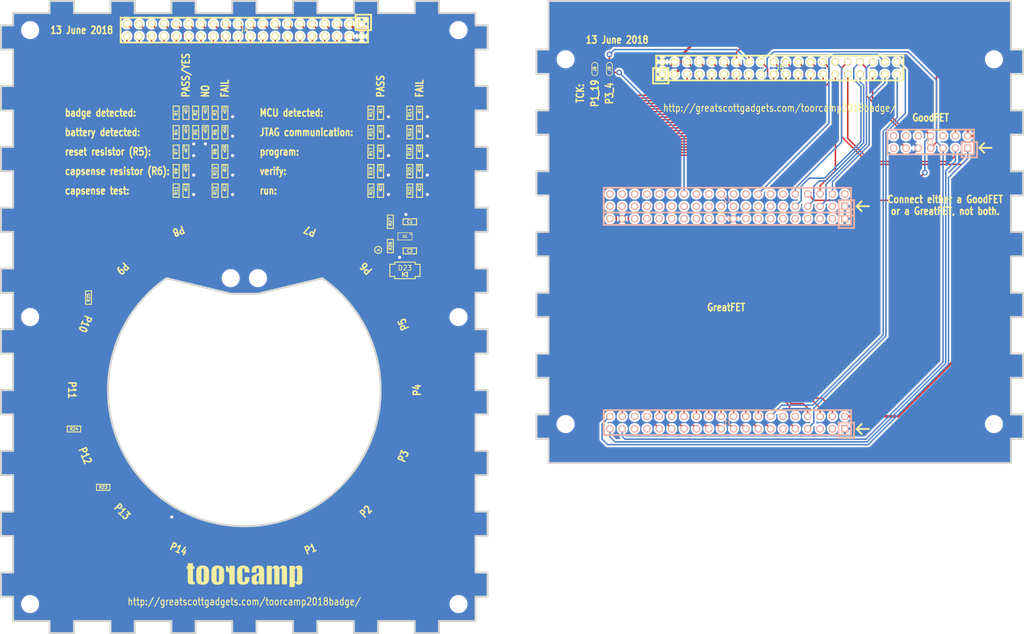
<source format=kicad_pcb>
(kicad_pcb (version 20221018) (generator pcbnew)
  (title_block (title "Firefly Cap") (date "4 April 2018") (company "Copyright 2018 Great Scott Gadgets") (comment 1 "License: BSD-3-Clause, http://greatscottgadgets.com/toorcamp2018badge/"))
  (layers (0 "F.Cu" signal "Front") (31 "B.Cu" signal "Back") (34 "B.Paste" user) (35 "F.Paste" user) (36 "B.SilkS" user "B.Silkscreen") (37 "F.SilkS" user "F.Silkscreen") (38 "B.Mask" user) (39 "F.Mask" user) (44 "Edge.Cuts" user))
  (net 0 "")
  (net 1 "/P2.6")
  (net 2 "/P2.7")
  (net 3 "/TCK")
  (net 4 "/TDI")
  (net 5 "/TDO")
  (net 6 "/TEST")
  (net 7 "/TMS")
  (net 8 "/VTGT")
  (net 9 "GND")
  (net 10 "VCC")
  (net 11 "/!RST")
  (net 12 "Net-(C2-Pad1)")
  (net 13 "Net-(D1-Pad2)")
  (net 14 "Net-(D2-Pad2)")
  (net 15 "Net-(D3-Pad2)")
  (net 16 "Net-(D4-Pad2)")
  (net 17 "Net-(D5-Pad2)")
  (net 18 "Net-(D6-Pad2)")
  (net 19 "Net-(D7-Pad2)")
  (net 20 "Net-(D8-Pad2)")
  (net 21 "Net-(D9-Pad2)")
  (net 22 "Net-(D10-Pad2)")
  (net 23 "Net-(D11-Pad2)")
  (net 24 "Net-(D12-Pad2)")
  (net 25 "Net-(D13-Pad2)")
  (net 26 "Net-(D14-Pad2)")
  (net 27 "Net-(D15-Pad2)")
  (net 28 "Net-(D16-Pad2)")
  (net 29 "Net-(D17-Pad2)")
  (net 30 "Net-(D18-Pad2)")
  (net 31 "Net-(D19-Pad2)")
  (net 32 "Net-(D20-Pad2)")
  (net 33 "Net-(D21-Pad2)")
  (net 34 "Net-(D22-Pad2)")
  (net 35 "/P0_0")
  (net 36 "/P0_1")
  (net 37 "/P1_0")
  (net 38 "/P5_0")
  (net 39 "/P5_1")
  (net 40 "/P1_5")
  (net 41 "/P5_2")
  (net 42 "/P1_7")
  (net 43 "/P1_6")
  (net 44 "/P1_9")
  (net 45 "/P1_8")
  (net 46 "/P5_3")
  (net 47 "/P1_10")
  (net 48 "/P1_12")
  (net 49 "/P1_11")
  (net 50 "/P5_5")
  (net 51 "/P5_4")
  (net 52 "/P1_14")
  (net 53 "/P1_13")
  (net 54 "/P5_6")
  (net 55 "/P1_15")
  (net 56 "/P5_7")
  (net 57 "/P1_16")
  (net 58 "/P1_18")
  (net 59 "/P1_17")
  (net 60 "/P1_20")
  (net 61 "/P1_19")
  (net 62 "/P1_4")
  (net 63 "/P1_3")
  (net 64 "/P4_0")
  (net 65 "/ADC0_0")
  (net 66 "/P4_5")
  (net 67 "/P4_4")
  (net 68 "/P4_2")
  (net 69 "/P4_3")
  (net 70 "/P4_6")
  (net 71 "/P7_7")
  (net 72 "/P3_4")
  (net 73 "/VCTL")
  (net 74 "/GF_TCK")
  (net 75 "/TMS_ALT")
  (net 76 "/GND_ALT")
  (net 77 "/EUT_PRESENT")
  (net 78 "/EUT_NOT_PRESENT")
  (net 79 "/EUT_DETECT_FAULT")
  (net 80 "/BAT_PRESENT")
  (net 81 "/BAT_NOT_PRESENT")
  (net 82 "/BAT_DETECT_FAULT")
  (net 83 "/RST_TST")
  (net 84 "/R5_PASS")
  (net 85 "/P2.6_TST")
  (net 86 "/R5_FAIL")
  (net 87 "/P2.7_TST")
  (net 88 "/R6_PASS")
  (net 89 "/R6_FAIL")
  (net 90 "/CAPSENSE_PASS")
  (net 91 "/RUN_FAIL")
  (net 92 "/CAPSENSE_FAIL")
  (net 93 "/RUN_PASS")
  (net 94 "/MCU_PASS")
  (net 95 "/VERIFY_FAIL")
  (net 96 "/MCU_FAIL")
  (net 97 "/VERIFY_PASS")
  (net 98 "/JTAG_PASS")
  (net 99 "/PROGRAM_FAIL")
  (net 100 "/JTAG_FAIL")
  (net 101 "/PROGRAM_PASS")
  (net 102 "Net-(J6-Pad1)")
  (net 103 "/P4_9")
  (net 104 "/P4_10")
  (net 105 "/P1_1")
  (net 106 "/CLK0")
  (net 107 "/P1_2")
  (net 108 "/P9_5")
  (net 109 "/P9_6")
  (net 110 "/P2_0")
  (net 111 "/P6_0")
  (net 112 "/VBUS")
  (net 113 "/P4_8")
  (net 114 "/P4_7")
  (net 115 "/CLK2")
  (net 116 "/P2_8")
  (net 117 "/P2_7")
  (net 118 "/P2_6")
  (net 119 "/WAKEUP0")
  (net 120 "/P2_5")
  (net 121 "/P2_4")
  (net 122 "/P2_3")
  (net 123 "/PF_4")
  (net 124 "/P3_2")
  (net 125 "/P7_2")
  (net 126 "/P3_1")
  (net 127 "/P7_1")
  (net 128 "/P3_0")
  (net 129 "/P7_0")
  (net 130 "/P6_8")
  (net 131 "/P3_7")
  (net 132 "/P6_7")
  (net 133 "/P3_3")
  (net 134 "/P2_2")
  (net 135 "/P6_6")
  (net 136 "/P2_1")
  (net 137 "/P6_3")
  (net 138 "/P3_5")
  (net 139 "/P3_6")
  (net 140 "/I2C0_SDA")
  (net 141 "/I2C0_SCL")
  (net 142 "Net-(J3-Pad6)")
  (net 143 "Net-(J3-Pad10)")
  (net 144 "Net-(J3-Pad12)")
  (net 145 "Net-(J3-Pad13)")
  (net 146 "Net-(J3-Pad14)")
  (net 147 "/P6_4")
  (net 148 "/P6_5")
  (net 149 "/ADC0_5")
  (net 150 "/ADC0_2")
  (net 151 "/P2_9")
  (net 152 "/P2_12")
  (net 153 "/P2_13")
  (net 154 "/RTC_ALARM")
  (net 155 "/RESET")
  (net 156 "/VBAT")
  (net 157 "/P2_11")
  (net 158 "/P2_10")
  (net 159 "/P6_10")
  (net 160 "/P6_9")
  (net 161 "/P6_2")
  (net 162 "/P6_1")
  (net 163 "Net-(P2-Pad1)")
  (net 164 "Net-(P2-Pad2)")
  (net 165 "Net-(P3-Pad1)")
  (net 166 "Net-(P3-Pad2)")
  (net 167 "Net-(P4-Pad1)")
  (net 168 "Net-(P4-Pad2)")
  (net 169 "Net-(P5-Pad1)")
  (net 170 "Net-(P5-Pad2)")
  (footprint "gsg-modules:0603" (layer "F.Cu") (at 124 65.4 180)
    (fp_text reference "C1")
    (fp_text value "1uF" hide)
  )
  (footprint "gsg-modules:0603" (layer "F.Cu") (at 124 71.4 180)
    (fp_text reference "C2")
    (fp_text value "1uF" hide)
  )
  (footprint "gsg-modules:SOD128" (layer "F.Cu") (at 123 75.4)
    (fp_text reference "D23")
    (fp_text value "D" hide)
  )
  (footprint "gsg-modules:HEADER-2x20" (layer "F.Cu") (at 90 26 180)
    (fp_text reference "J4")
    (fp_text value "TOP_INTERCONNECT" hide)
  )
  (footprint "gsg-modules:HEADER-2x20" (layer "F.Cu") (at 200 33.8)
    (fp_text reference "J5")
    (fp_text value "BACK_INTERCONNECT" hide)
  )
  (footprint "gsg-modules:TESTPOINT-50MIL" (layer "F.Cu") (at 117.5 71.2)
    (fp_text reference "J6")
    (fp_text value "FAULT" hide)
  )
  (footprint "gsg-modules:0603-JUMPER" (layer "F.Cu") (at 162 34 -90)
    (fp_text reference "J8")
    (fp_text value "TEST_2P" hide)
  )
  (footprint "gsg-modules:0603-JUMPER" (layer "F.Cu") (at 165 34 -90)
    (fp_text reference "J9")
    (fp_text value "TEST_2P" hide)
  )
  (footprint "gsg-modules:TESTPOINT-TOORCAMP-2018-JIG-SPRING" (layer "F.Cu") (at 90 100 -67.5)
    (fp_text reference "P1" hide)
    (fp_text value "CONN_01X02")
  )
  (footprint "gsg-modules:TESTPOINT-TOORCAMP-2018-JIG-SPRING" (layer "F.Cu") (at 90 100 -45)
    (fp_text reference "P2" hide)
    (fp_text value "CONN_01X02")
  )
  (footprint "gsg-modules:TESTPOINT-TOORCAMP-2018-JIG-SPRING" (layer "F.Cu") (at 90 100 -22.5)
    (fp_text reference "P3" hide)
    (fp_text value "CONN_01X02")
  )
  (footprint "gsg-modules:TESTPOINT-TOORCAMP-2018-JIG-SPRING" (layer "F.Cu") (at 90 100)
    (fp_text reference "P4" hide)
    (fp_text value "CONN_01X02")
  )
  (footprint "gsg-modules:TESTPOINT-TOORCAMP-2018-JIG-SPRING" (layer "F.Cu") (at 90 100 22.5)
    (fp_text reference "P5" hide)
    (fp_text value "CONN_01X02")
  )
  (footprint "gsg-modules:TESTPOINT-TOORCAMP-2018-JIG-SPRING" (layer "F.Cu") (at 90 100 45)
    (fp_text reference "P6" hide)
    (fp_text value "CONN_01X02")
  )
  (footprint "gsg-modules:TESTPOINT-TOORCAMP-2018-JIG-SPRING" (layer "F.Cu") (at 90 100 67.5)
    (fp_text reference "P7" hide)
    (fp_text value "CONN_01X02")
  )
  (footprint "gsg-modules:TESTPOINT-TOORCAMP-2018-JIG-SPRING" (layer "F.Cu") (at 90 100 112.5)
    (fp_text reference "P8" hide)
    (fp_text value "CONN_01X02")
  )
  (footprint "gsg-modules:TESTPOINT-TOORCAMP-2018-JIG-SPRING" (layer "F.Cu") (at 90 100 135)
    (fp_text reference "P9" hide)
    (fp_text value "CONN_01X02")
  )
  (footprint "gsg-modules:TESTPOINT-TOORCAMP-2018-JIG-SPRING" (layer "F.Cu") (at 90 100 157.5)
    (fp_text reference "P10" hide)
    (fp_text value "CONN_01X02")
  )
  (footprint "gsg-modules:TESTPOINT-TOORCAMP-2018-JIG-SPRING" (layer "F.Cu") (at 90 100 180)
    (fp_text reference "P11" hide)
    (fp_text value "CONN_01X02")
  )
  (footprint "gsg-modules:TESTPOINT-TOORCAMP-2018-JIG-SPRING" (layer "F.Cu") (at 90 100 -157.5)
    (fp_text reference "P12" hide)
    (fp_text value "CONN_01X02")
  )
  (footprint "gsg-modules:TESTPOINT-TOORCAMP-2018-JIG-SPRING" (layer "F.Cu") (at 90 100 -135)
    (fp_text reference "P13" hide)
    (fp_text value "CONN_01X02")
  )
  (footprint "gsg-modules:TESTPOINT-TOORCAMP-2018-JIG-SPRING" (layer "F.Cu") (at 90 100 -112.5)
    (fp_text reference "P14" hide)
    (fp_text value "CONN_01X02")
  )
  (footprint "gsg-modules:0603" (layer "F.Cu") (at 76 43 90)
    (fp_text reference "R1")
    (fp_text value "330" hide)
  )
  (footprint "gsg-modules:0603" (layer "F.Cu") (at 80 43 90)
    (fp_text reference "R2")
    (fp_text value "330" hide)
  )
  (footprint "gsg-modules:0603" (layer "F.Cu") (at 84 43 90)
    (fp_text reference "R3")
    (fp_text value "330" hide)
  )
  (footprint "gsg-modules:0603" (layer "F.Cu") (at 76 47 90)
    (fp_text reference "R4")
    (fp_text value "330" hide)
  )
  (footprint "gsg-modules:0603" (layer "F.Cu") (at 80 47 90)
    (fp_text reference "R5")
    (fp_text value "330" hide)
  )
  (footprint "gsg-modules:0603" (layer "F.Cu") (at 84 47 90)
    (fp_text reference "R6")
    (fp_text value "330" hide)
  )
  (footprint "gsg-modules:0603" (layer "F.Cu") (at 76 51 90)
    (fp_text reference "R7")
    (fp_text value "330" hide)
  )
  (footprint "gsg-modules:0603" (layer "F.Cu") (at 84 51 90)
    (fp_text reference "R8")
    (fp_text value "330" hide)
  )
  (footprint "gsg-modules:0603" (layer "F.Cu") (at 76 55 90)
    (fp_text reference "R9")
    (fp_text value "330" hide)
  )
  (footprint "gsg-modules:0603" (layer "F.Cu") (at 84 55 90)
    (fp_text reference "R10")
    (fp_text value "330" hide)
  )
  (footprint "gsg-modules:0603" (layer "F.Cu") (at 76 59 90)
    (fp_text reference "R11")
    (fp_text value "330" hide)
  )
  (footprint "gsg-modules:0603" (layer "F.Cu") (at 84 59 90)
    (fp_text reference "R12")
    (fp_text value "330" hide)
  )
  (footprint "gsg-modules:0603" (layer "F.Cu") (at 116 43 90)
    (fp_text reference "R13")
    (fp_text value "330" hide)
  )
  (footprint "gsg-modules:0603" (layer "F.Cu") (at 124 43 90)
    (fp_text reference "R14")
    (fp_text value "330" hide)
  )
  (footprint "gsg-modules:0603" (layer "F.Cu") (at 116 47 90)
    (fp_text reference "R15")
    (fp_text value "330" hide)
  )
  (footprint "gsg-modules:0603" (layer "F.Cu") (at 124 47 90)
    (fp_text reference "R16")
    (fp_text value "330" hide)
  )
  (footprint "gsg-modules:0603" (layer "F.Cu") (at 116 51 90)
    (fp_text reference "R17")
    (fp_text value "330" hide)
  )
  (footprint "gsg-modules:0603" (layer "F.Cu") (at 124 51 90)
    (fp_text reference "R18")
    (fp_text value "330" hide)
  )
  (footprint "gsg-modules:0603" (layer "F.Cu") (at 116 55 90)
    (fp_text reference "R19")
    (fp_text value "330" hide)
  )
  (footprint "gsg-modules:0603" (layer "F.Cu") (at 124 55 90)
    (fp_text reference "R20")
    (fp_text value "330" hide)
  )
  (footprint "gsg-modules:0603" (layer "F.Cu") (at 116 59 90)
    (fp_text reference "R21")
    (fp_text value "330" hide)
  )
  (footprint "gsg-modules:0603" (layer "F.Cu") (at 124 59 90)
    (fp_text reference "R22")
    (fp_text value "330" hide)
  )
  (footprint "gsg-modules:0603" (layer "F.Cu") (at 61 120)
    (fp_text reference "R23")
    (fp_text value "8.2M" hide)
  )
  (footprint "gsg-modules:0603" (layer "F.Cu") (at 55 108)
    (fp_text reference "R24")
    (fp_text value "8.2M" hide)
  )
  (footprint "gsg-modules:0603" (layer "F.Cu") (at 58 81 -90)
    (fp_text reference "R25")
    (fp_text value "22k" hide)
  )
  (footprint "gsg-modules:0603" (layer "F.Cu") (at 120 70.4 -90)
    (fp_text reference "R26")
    (fp_text value "10k" hide)
  )
  (footprint "gsg-modules:0603" (layer "F.Cu") (at 120 65.4 90)
    (fp_text reference "R27")
    (fp_text value "10k" hide)
  )
  (footprint "gsg-modules:SOT457" (layer "F.Cu") (at 123 68.4 180)
    (fp_text reference "U1")
    (fp_text value "AP2553W6-7" hide)
  )
  (footprint "Mounting_Holes:MountingHole_3.2mm_M3" (layer "F.Cu") (at 87.2 77)
    (fp_text reference "REF**" hide)
    (fp_text value "MountingHole_3.2mm_M3")
  )
  (footprint "Mounting_Holes:MountingHole_3.2mm_M3" (layer "F.Cu") (at 92.8 77)
    (fp_text reference "REF**" hide)
    (fp_text value "MountingHole_3.2mm_M3")
  )
  (footprint "gsg-modules:0603D" (layer "F.Cu") (at 78 43 90)
    (fp_text reference "D1")
    (fp_text value "LED" hide)
  )
  (footprint "gsg-modules:0603D" (layer "F.Cu") (at 82 43 90)
    (fp_text reference "D2")
    (fp_text value "LED" hide)
  )
  (footprint "gsg-modules:0603D" (layer "F.Cu") (at 86 43 90)
    (fp_text reference "D3")
    (fp_text value "LED" hide)
  )
  (footprint "gsg-modules:0603D" (layer "F.Cu") (at 78 47 90)
    (fp_text reference "D4")
    (fp_text value "LED" hide)
  )
  (footprint "gsg-modules:0603D" (layer "F.Cu") (at 82 47 90)
    (fp_text reference "D5")
    (fp_text value "LED" hide)
  )
  (footprint "gsg-modules:0603D" (layer "F.Cu") (at 86 47 90)
    (fp_text reference "D6")
    (fp_text value "LED" hide)
  )
  (footprint "gsg-modules:0603D" (layer "F.Cu") (at 78 51 90)
    (fp_text reference "D7")
    (fp_text value "LED" hide)
  )
  (footprint "gsg-modules:0603D" (layer "F.Cu") (at 86 51 90)
    (fp_text reference "D8")
    (fp_text value "LED" hide)
  )
  (footprint "gsg-modules:0603D" (layer "F.Cu") (at 78 55 90)
    (fp_text reference "D9")
    (fp_text value "LED" hide)
  )
  (footprint "gsg-modules:0603D" (layer "F.Cu") (at 86 55 90)
    (fp_text reference "D10")
    (fp_text value "LED" hide)
  )
  (footprint "gsg-modules:0603D" (layer "F.Cu") (at 78 59 90)
    (fp_text reference "D11")
    (fp_text value "LED" hide)
  )
  (footprint "gsg-modules:0603D" (layer "F.Cu") (at 86 59 90)
    (fp_text reference "D12")
    (fp_text value "LED" hide)
  )
  (footprint "gsg-modules:0603D" (layer "F.Cu") (at 118 43 90)
    (fp_text reference "D13")
    (fp_text value "LED" hide)
  )
  (footprint "gsg-modules:0603D" (layer "F.Cu") (at 126 43 90)
    (fp_text reference "D14")
    (fp_text value "LED" hide)
  )
  (footprint "gsg-modules:0603D" (layer "F.Cu") (at 118 47 90)
    (fp_text reference "D15")
    (fp_text value "LED" hide)
  )
  (footprint "gsg-modules:0603D" (layer "F.Cu") (at 126 47 90)
    (fp_text reference "D16")
    (fp_text value "LED" hide)
  )
  (footprint "gsg-modules:0603D" (layer "F.Cu") (at 118 51 90)
    (fp_text reference "D17")
    (fp_text value "LED" hide)
  )
  (footprint "gsg-modules:0603D" (layer "F.Cu") (at 126 51 90)
    (fp_text reference "D18")
    (fp_text value "LED" hide)
  )
  (footprint "gsg-modules:0603D" (layer "F.Cu") (at 118 55 90)
    (fp_text reference "D19")
    (fp_text value "LED" hide)
  )
  (footprint "gsg-modules:0603D" (layer "F.Cu") (at 126 55 90)
    (fp_text reference "D20")
    (fp_text value "LED" hide)
  )
  (footprint "gsg-modules:0603D" (layer "F.Cu") (at 118 59 90)
    (fp_text reference "D21")
    (fp_text value "LED" hide)
  )
  (footprint "gsg-modules:0603D" (layer "F.Cu") (at 126 59 90)
    (fp_text reference "D22")
    (fp_text value "LED" hide)
  )
  (footprint "Mounting_Holes:MountingHole_3.2mm_M3" (layer "F.Cu") (at 46 26)
    (fp_text reference "REF**" hide)
    (fp_text value "MountingHole_3.2mm_M3")
  )
  (footprint "Mounting_Holes:MountingHole_3.2mm_M3" (layer "F.Cu") (at 134 26)
    (fp_text reference "REF**" hide)
    (fp_text value "MountingHole_3.2mm_M3")
  )
  (footprint "Mounting_Holes:MountingHole_3.2mm_M3" (layer "F.Cu") (at 134 144)
    (fp_text reference "REF**" hide)
    (fp_text value "MountingHole_3.2mm_M3")
  )
  (footprint "Mounting_Holes:MountingHole_3.2mm_M3" (layer "F.Cu") (at 46 144)
    (fp_text reference "REF**" hide)
    (fp_text value "MountingHole_3.2mm_M3")
  )
  (footprint "Mounting_Holes:MountingHole_3.2mm_M3" (layer "F.Cu") (at 46 85)
    (fp_text reference "REF**" hide)
    (fp_text value "MountingHole_3.2mm_M3")
  )
  (footprint "Mounting_Holes:MountingHole_3.2mm_M3" (layer "F.Cu") (at 134 85)
    (fp_text reference "REF**" hide)
    (fp_text value "MountingHole_3.2mm_M3")
  )
  (footprint "Mounting_Holes:MountingHole_3.2mm_M3" (layer "F.Cu") (at 156 32)
    (fp_text reference "REF**" hide)
    (fp_text value "MountingHole_3.2mm_M3")
  )
  (footprint "Mounting_Holes:MountingHole_3.2mm_M3" (layer "F.Cu") (at 244 32)
    (fp_text reference "REF**" hide)
    (fp_text value "MountingHole_3.2mm_M3")
  )
  (footprint "Mounting_Holes:MountingHole_3.2mm_M3" (layer "F.Cu") (at 156 107)
    (fp_text reference "REF**" hide)
    (fp_text value "MountingHole_3.2mm_M3")
  )
  (footprint "Mounting_Holes:MountingHole_3.2mm_M3" (layer "F.Cu") (at 244 107)
    (fp_text reference "REF**" hide)
    (fp_text value "MountingHole_3.2mm_M3")
  )
  (footprint "gsg-modules:HEADER-2x20" (layer "B.Cu") (at 189.23 106.68 180)
    (fp_text reference "J1")
    (fp_text value "NEIGHBOR1" hide)
  )
  (footprint "gsg-modules:HEADER-2x20" (layer "B.Cu") (at 189.23 60.96 180)
    (fp_text reference "J2")
    (fp_text value "NEIGHBOR2" hide)
  )
  (footprint "gsg-modules:HEADER-1x20" (layer "B.Cu") (at 189.23 64.77 180)
    (fp_text reference "J7")
    (fp_text value "BONUS_ROW" hide)
  )
  (footprint "gsg-modules:HEADER-2x7" (layer "B.Cu") (at 231 49 180)
    (fp_text reference "J3")
    (fp_text value "GOODFET" hide)
  )
  (gr_line (start 215.8 62.2) (end 218.3 62.2) (stroke (width 0.381)) (layer "F.SilkS"))
  (gr_line (start 215.8 62.2) (end 216.8 63.2) (stroke (width 0.381)) (layer "F.SilkS"))
  (gr_line (start 215.8 62.2) (end 216.8 61.2) (stroke (width 0.381)) (layer "F.SilkS"))
  (gr_line (start 215.8 108) (end 216.8 107) (stroke (width 0.381)) (layer "F.SilkS"))
  (gr_line (start 215.8 108) (end 216.8 109) (stroke (width 0.381)) (layer "F.SilkS"))
  (gr_line (start 215.8 108) (end 218.3 108) (stroke (width 0.381)) (layer "F.SilkS"))
  (gr_line (start 241 50.2) (end 242 51.2) (stroke (width 0.381)) (layer "F.SilkS"))
  (gr_line (start 241 50.2) (end 242 49.2) (stroke (width 0.381)) (layer "F.SilkS"))
  (gr_line (start 241 50.2) (end 243.5 50.2) (stroke (width 0.381)) (layer "F.SilkS"))
  (gr_arc (start 106.020084 77.035747) (mid 116.711412 108.396455) (end 90 128) (stroke (width 0.381)) (layer "Edge.Cuts"))
  (gr_line (start 40 42.5) (end 40 37.5) (stroke (width 0.381)) (layer "Edge.Cuts"))
  (gr_arc (start 90 128) (mid 63.283061 108.378852) (end 74.010194 77.014654) (stroke (width 0.381)) (layer "Edge.Cuts"))
  (gr_line (start 247.5 35) (end 250 35) (stroke (width 0.381)) (layer "Edge.Cuts"))
  (gr_line (start 67.5 150) (end 62.5 150) (stroke (width 0.381)) (layer "Edge.Cuts"))
  (gr_line (start 100 20) (end 105 20) (stroke (width 0.381)) (layer "Edge.Cuts"))
  (gr_line (start 140 62.5) (end 137.5 62.5) (stroke (width 0.381)) (layer "Edge.Cuts"))
  (gr_line (start 140 142.5) (end 140 137.5) (stroke (width 0.381)) (layer "Edge.Cuts"))
  (gr_line (start 140 112.5) (end 137.5 112.5) (stroke (width 0.381)) (layer "Edge.Cuts"))
  (gr_line (start 140 37.5) (end 137.5 37.5) (stroke (width 0.381)) (layer "Edge.Cuts"))
  (gr_line (start 50 150) (end 50 147.5) (stroke (width 0.381)) (layer "Edge.Cuts"))
  (gr_line (start 250 105) (end 247.5 105) (stroke (width 0.381)) (layer "Edge.Cuts"))
  (gr_line (start 247.5 92.5) (end 247.5 85) (stroke (width 0.381)) (layer "Edge.Cuts"))
  (gr_line (start 150 110) (end 152.5 110) (stroke (width 0.381)) (layer "Edge.Cuts"))
  (gr_line (start 117.5 20) (end 117.5 22.5) (stroke (width 0.381)) (layer "Edge.Cuts"))
  (gr_line (start 247.5 30) (end 247.5 20) (stroke (width 0.381)) (layer "Edge.Cuts"))
  (gr_line (start 42.5 100) (end 42.5 92.5) (stroke (width 0.381)) (layer "Edge.Cuts"))
  (gr_line (start 55 20) (end 55 22.5) (stroke (width 0.381)) (layer "Edge.Cuts"))
  (gr_line (start 80 150) (end 75 150) (stroke (width 0.381)) (layer "Edge.Cuts"))
  (gr_line (start 100 147.5) (end 92.5 147.5) (stroke (width 0.381)) (layer "Edge.Cuts"))
  (gr_line (start 40 25) (end 42.5 25) (stroke (width 0.381)) (layer "Edge.Cuts"))
  (gr_line (start 250 72.5) (end 250 67.5) (stroke (width 0.381)) (layer "Edge.Cuts"))
  (gr_line (start 140 125) (end 137.5 125) (stroke (width 0.381)) (layer "Edge.Cuts"))
  (gr_line (start 250 67.5) (end 247.5 67.5) (stroke (width 0.381)) (layer "Edge.Cuts"))
  (gr_line (start 42.5 75) (end 42.5 67.5) (stroke (width 0.381)) (layer "Edge.Cuts"))
  (gr_line (start 112.5 20) (end 117.5 20) (stroke (width 0.381)) (layer "Edge.Cuts"))
  (gr_line (start 42.5 147.5) (end 42.5 142.5) (stroke (width 0.381)) (layer "Edge.Cuts"))
  (gr_line (start 40 92.5) (end 40 87.5) (stroke (width 0.381)) (layer "Edge.Cuts"))
  (gr_line (start 137.5 25) (end 137.5 22.5) (stroke (width 0.381)) (layer "Edge.Cuts"))
  (gr_line (start 40 142.5) (end 40 137.5) (stroke (width 0.381)) (layer "Edge.Cuts"))
  (gr_line (start 150 35) (end 152.5 35) (stroke (width 0.381)) (layer "Edge.Cuts"))
  (gr_line (start 152.5 80) (end 150 80) (stroke (width 0.381)) (layer "Edge.Cuts"))
  (gr_line (start 152.5 92.5) (end 150 92.5) (stroke (width 0.381)) (layer "Edge.Cuts"))
  (gr_line (start 117.5 147.5) (end 117.5 150) (stroke (width 0.381)) (layer "Edge.Cuts"))
  (gr_line (start 247.5 47.5) (end 250 47.5) (stroke (width 0.381)) (layer "Edge.Cuts"))
  (gr_line (start 112.5 150) (end 112.5 147.5) (stroke (width 0.381)) (layer "Edge.Cuts"))
  (gr_line (start 150 80) (end 150 85) (stroke (width 0.381)) (layer "Edge.Cuts"))
  (gr_line (start 137.5 80) (end 140 80) (stroke (width 0.381)) (layer "Edge.Cuts"))
  (gr_line (start 42.5 137.5) (end 42.5 130) (stroke (width 0.381)) (layer "Edge.Cuts"))
  (gr_line (start 117.5 22.5) (end 125 22.5) (stroke (width 0.381)) (layer "Edge.Cuts"))
  (gr_line (start 152.5 110) (end 152.5 115) (stroke (width 0.381)) (layer "Edge.Cuts"))
  (gr_line (start 247.5 72.5) (end 250 72.5) (stroke (width 0.381)) (layer "Edge.Cuts"))
  (gr_line (start 250 55) (end 247.5 55) (stroke (width 0.381)) (layer "Edge.Cuts"))
  (gr_line (start 74.01 77.01) (end 73.78 77.19) (stroke (width 0.381)) (layer "Edge.Cuts"))
  (gr_line (start 125 147.5) (end 117.5 147.5) (stroke (width 0.381)) (layer "Edge.Cuts"))
  (gr_line (start 140 87.5) (end 137.5 87.5) (stroke (width 0.381)) (layer "Edge.Cuts"))
  (gr_line (start 42.5 55) (end 40 55) (stroke (width 0.381)) (layer "Edge.Cuts"))
  (gr_line (start 137.5 137.5) (end 137.5 130) (stroke (width 0.381)) (layer "Edge.Cuts"))
  (gr_line (start 152.5 97.5) (end 152.5 105) (stroke (width 0.381)) (layer "Edge.Cuts"))
  (gr_line (start 92.8 80.2) (end 106.02 77.03) (stroke (width 0.381)) (layer "Edge.Cuts"))
  (gr_line (start 140 30) (end 140 25) (stroke (width 0.381)) (layer "Edge.Cuts"))
  (gr_line (start 140 105) (end 140 100) (stroke (width 0.381)) (layer "Edge.Cuts"))
  (gr_line (start 250 47.5) (end 250 42.5) (stroke (width 0.381)) (layer "Edge.Cuts"))
  (gr_line (start 40 50) (end 42.5 50) (stroke (width 0.381)) (layer "Edge.Cuts"))
  (gr_line (start 140 50) (end 137.5 50) (stroke (width 0.381)) (layer "Edge.Cuts"))
  (gr_line (start 87.2 80.2) (end 74.01 77.01) (stroke (width 0.381)) (layer "Edge.Cuts"))
  (gr_line (start 42.5 142.5) (end 40 142.5) (stroke (width 0.381)) (layer "Edge.Cuts"))
  (gr_line (start 137.5 100) (end 137.5 92.5) (stroke (width 0.381)) (layer "Edge.Cuts"))
  (gr_line (start 100 150) (end 100 147.5) (stroke (width 0.381)) (layer "Edge.Cuts"))
  (gr_line (start 137.5 37.5) (end 137.5 30) (stroke (width 0.381)) (layer "Edge.Cuts"))
  (gr_line (start 40 100) (end 42.5 100) (stroke (width 0.381)) (layer "Edge.Cuts"))
  (gr_line (start 152.5 30) (end 150 30) (stroke (width 0.381)) (layer "Edge.Cuts"))
  (gr_line (start 92.5 22.5) (end 100 22.5) (stroke (width 0.381)) (layer "Edge.Cuts"))
  (gr_line (start 247.5 97.5) (end 250 97.5) (stroke (width 0.381)) (layer "Edge.Cuts"))
  (gr_line (start 150 42.5) (end 150 47.5) (stroke (width 0.381)) (layer "Edge.Cuts"))
  (gr_line (start 40 130) (end 40 125) (stroke (width 0.381)) (layer "Edge.Cuts"))
  (gr_line (start 130 147.5) (end 130 150) (stroke (width 0.381)) (layer "Edge.Cuts"))
  (gr_line (start 150 97.5) (end 152.5 97.5) (stroke (width 0.381)) (layer "Edge.Cuts"))
  (gr_line (start 140 130) (end 140 125) (stroke (width 0.381)) (layer "Edge.Cuts"))
  (gr_line (start 42.5 42.5) (end 40 42.5) (stroke (width 0.381)) (layer "Edge.Cuts"))
  (gr_line (start 152.5 85) (end 152.5 92.5) (stroke (width 0.381)) (layer "Edge.Cuts"))
  (gr_line (start 140 67.5) (end 140 62.5) (stroke (width 0.381)) (layer "Edge.Cuts"))
  (gr_line (start 40 62.5) (end 42.5 62.5) (stroke (width 0.381)) (layer "Edge.Cuts"))
  (gr_line (start 75 150) (end 75 147.5) (stroke (width 0.381)) (layer "Edge.Cuts"))
  (gr_line (start 40 117.5) (end 40 112.5) (stroke (width 0.381)) (layer "Edge.Cuts"))
  (gr_line (start 50 22.5) (end 50 20) (stroke (width 0.381)) (layer "Edge.Cuts"))
  (gr_line (start 67.5 20) (end 67.5 22.5) (stroke (width 0.381)) (layer "Edge.Cuts"))
  (gr_line (start 42.5 117.5) (end 40 117.5) (stroke (width 0.381)) (layer "Edge.Cuts"))
  (gr_line (start 80 22.5) (end 87.5 22.5) (stroke (width 0.381)) (layer "Edge.Cuts"))
  (gr_line (start 137.5 92.5) (end 140 92.5) (stroke (width 0.381)) (layer "Edge.Cuts"))
  (gr_line (start 40 137.5) (end 42.5 137.5) (stroke (width 0.381)) (layer "Edge.Cuts"))
  (gr_line (start 247.5 55) (end 247.5 47.5) (stroke (width 0.381)) (layer "Edge.Cuts"))
  (gr_line (start 42.5 105) (end 40 105) (stroke (width 0.381)) (layer "Edge.Cuts"))
  (gr_line (start 87.5 147.5) (end 80 147.5) (stroke (width 0.381)) (layer "Edge.Cuts"))
  (gr_line (start 140 55) (end 140 50) (stroke (width 0.381)) (layer "Edge.Cuts"))
  (gr_line (start 137.5 130) (end 140 130) (stroke (width 0.381)) (layer "Edge.Cuts"))
  (gr_line (start 130 20) (end 130 22.5) (stroke (width 0.381)) (layer "Edge.Cuts"))
  (gr_line (start 55 147.5) (end 55 150) (stroke (width 0.381)) (layer "Edge.Cuts"))
  (gr_line (start 150 105) (end 150 110) (stroke (width 0.381)) (layer "Edge.Cuts"))
  (gr_line (start 42.5 67.5) (end 40 67.5) (stroke (width 0.381)) (layer "Edge.Cuts"))
  (gr_line (start 247.5 110) (end 250 110) (stroke (width 0.381)) (layer "Edge.Cuts"))
  (gr_line (start 152.5 60) (end 152.5 67.5) (stroke (width 0.381)) (layer "Edge.Cuts"))
  (gr_line (start 67.5 147.5) (end 67.5 150) (stroke (width 0.381)) (layer "Edge.Cuts"))
  (gr_line (start 140 75) (end 137.5 75) (stroke (width 0.381)) (layer "Edge.Cuts"))
  (gr_line (start 42.5 37.5) (end 42.5 30) (stroke (width 0.381)) (layer "Edge.Cuts"))
  (gr_line (start 250 30) (end 247.5 30) (stroke (width 0.381)) (layer "Edge.Cuts"))
  (gr_line (start 40 105) (end 40 100) (stroke (width 0.381)) (layer "Edge.Cuts"))
  (gr_line (start 112.5 22.5) (end 112.5 20) (stroke (width 0.381)) (layer "Edge.Cuts"))
  (gr_line (start 250 97.5) (end 250 92.5) (stroke (width 0.381)) (layer "Edge.Cuts"))
  (gr_line (start 40 125) (end 42.5 125) (stroke (width 0.381)) (layer "Edge.Cuts"))
  (gr_line (start 92.5 150) (end 87.5 150) (stroke (width 0.381)) (layer "Edge.Cuts"))
  (gr_line (start 130 150) (end 125 150) (stroke (width 0.381)) (layer "Edge.Cuts"))
  (gr_line (start 105 147.5) (end 105 150) (stroke (width 0.381)) (layer "Edge.Cuts"))
  (gr_line (start 100 22.5) (end 100 20) (stroke (width 0.381)) (layer "Edge.Cuts"))
  (gr_line (start 42.5 87.5) (end 42.5 80) (stroke (width 0.381)) (layer "Edge.Cuts"))
  (gr_line (start 150 67.5) (end 150 72.5) (stroke (width 0.381)) (layer "Edge.Cuts"))
  (gr_line (start 140 137.5) (end 137.5 137.5) (stroke (width 0.381)) (layer "Edge.Cuts"))
  (gr_line (start 137.5 117.5) (end 140 117.5) (stroke (width 0.381)) (layer "Edge.Cuts"))
  (gr_line (start 250 80) (end 247.5 80) (stroke (width 0.381)) (layer "Edge.Cuts"))
  (gr_line (start 62.5 150) (end 62.5 147.5) (stroke (width 0.381)) (layer "Edge.Cuts"))
  (gr_line (start 137.5 42.5) (end 140 42.5) (stroke (width 0.381)) (layer "Edge.Cuts"))
  (gr_line (start 152.5 47.5) (end 152.5 55) (stroke (width 0.381)) (layer "Edge.Cuts"))
  (gr_line (start 125 150) (end 125 147.5) (stroke (width 0.381)) (layer "Edge.Cuts"))
  (gr_line (start 247.5 80) (end 247.5 72.5) (stroke (width 0.381)) (layer "Edge.Cuts"))
  (gr_line (start 105 150) (end 100 150) (stroke (width 0.381)) (layer "Edge.Cuts"))
  (gr_line (start 137.5 147.5) (end 137.5 142.5) (stroke (width 0.381)) (layer "Edge.Cuts"))
  (gr_line (start 250 110) (end 250 105) (stroke (width 0.381)) (layer "Edge.Cuts"))
  (gr_line (start 137.5 55) (end 140 55) (stroke (width 0.381)) (layer "Edge.Cuts"))
  (gr_line (start 137.5 112.5) (end 137.5 105) (stroke (width 0.381)) (layer "Edge.Cuts"))
  (gr_line (start 152.5 55) (end 150 55) (stroke (width 0.381)) (layer "Edge.Cuts"))
  (gr_line (start 62.5 20) (end 67.5 20) (stroke (width 0.381)) (layer "Edge.Cuts"))
  (gr_line (start 80 147.5) (end 80 150) (stroke (width 0.381)) (layer "Edge.Cuts"))
  (gr_line (start 137.5 50) (end 137.5 42.5) (stroke (width 0.381)) (layer "Edge.Cuts"))
  (gr_line (start 247.5 60) (end 250 60) (stroke (width 0.381)) (layer "Edge.Cuts"))
  (gr_line (start 250 42.5) (end 247.5 42.5) (stroke (width 0.381)) (layer "Edge.Cuts"))
  (gr_line (start 137.5 105) (end 140 105) (stroke (width 0.381)) (layer "Edge.Cuts"))
  (gr_line (start 247.5 85) (end 250 85) (stroke (width 0.381)) (layer "Edge.Cuts"))
  (gr_line (start 42.5 62.5) (end 42.5 55) (stroke (width 0.381)) (layer "Edge.Cuts"))
  (gr_line (start 105 20) (end 105 22.5) (stroke (width 0.381)) (layer "Edge.Cuts"))
  (gr_line (start 150 60) (end 152.5 60) (stroke (width 0.381)) (layer "Edge.Cuts"))
  (gr_line (start 87.5 20) (end 92.5 20) (stroke (width 0.381)) (layer "Edge.Cuts"))
  (gr_line (start 106.02 77.03) (end 106.18 77.16) (stroke (width 0.381)) (layer "Edge.Cuts"))
  (gr_line (start 137.5 142.5) (end 140 142.5) (stroke (width 0.381)) (layer "Edge.Cuts"))
  (gr_line (start 137.5 147.5) (end 130 147.5) (stroke (width 0.381)) (layer "Edge.Cuts"))
  (gr_line (start 87.2 80.2) (end 92.8 80.2) (stroke (width 0.381)) (layer "Edge.Cuts"))
  (gr_line (start 40 67.5) (end 40 62.5) (stroke (width 0.381)) (layer "Edge.Cuts"))
  (gr_line (start 247.5 20) (end 152.5 20) (stroke (width 0.381)) (layer "Edge.Cuts"))
  (gr_line (start 137.5 87.5) (end 137.5 80) (stroke (width 0.381)) (layer "Edge.Cuts"))
  (gr_line (start 40 30) (end 40 25) (stroke (width 0.381)) (layer "Edge.Cuts"))
  (gr_line (start 152.5 67.5) (end 150 67.5) (stroke (width 0.381)) (layer "Edge.Cuts"))
  (gr_line (start 137.5 30) (end 140 30) (stroke (width 0.381)) (layer "Edge.Cuts"))
  (gr_line (start 67.5 22.5) (end 75 22.5) (stroke (width 0.381)) (layer "Edge.Cuts"))
  (gr_line (start 125 20) (end 130 20) (stroke (width 0.381)) (layer "Edge.Cuts"))
  (gr_line (start 250 85) (end 250 80) (stroke (width 0.381)) (layer "Edge.Cuts"))
  (gr_line (start 117.5 150) (end 112.5 150) (stroke (width 0.381)) (layer "Edge.Cuts"))
  (gr_line (start 137.5 62.5) (end 137.5 55) (stroke (width 0.381)) (layer "Edge.Cuts"))
  (gr_line (start 140 80) (end 140 75) (stroke (width 0.381)) (layer "Edge.Cuts"))
  (gr_line (start 55 22.5) (end 62.5 22.5) (stroke (width 0.381)) (layer "Edge.Cuts"))
  (gr_line (start 150 92.5) (end 150 97.5) (stroke (width 0.381)) (layer "Edge.Cuts"))
  (gr_line (start 137.5 67.5) (end 140 67.5) (stroke (width 0.381)) (layer "Edge.Cuts"))
  (gr_line (start 247.5 67.5) (end 247.5 60) (stroke (width 0.381)) (layer "Edge.Cuts"))
  (gr_line (start 87.5 150) (end 87.5 147.5) (stroke (width 0.381)) (layer "Edge.Cuts"))
  (gr_line (start 137.5 125) (end 137.5 117.5) (stroke (width 0.381)) (layer "Edge.Cuts"))
  (gr_line (start 40 55) (end 40 50) (stroke (width 0.381)) (layer "Edge.Cuts"))
  (gr_line (start 247.5 115) (end 247.5 110) (stroke (width 0.381)) (layer "Edge.Cuts"))
  (gr_line (start 250 92.5) (end 247.5 92.5) (stroke (width 0.381)) (layer "Edge.Cuts"))
  (gr_line (start 140 92.5) (end 140 87.5) (stroke (width 0.381)) (layer "Edge.Cuts"))
  (gr_line (start 42.5 112.5) (end 42.5 105) (stroke (width 0.381)) (layer "Edge.Cuts"))
  (gr_line (start 105 22.5) (end 112.5 22.5) (stroke (width 0.381)) (layer "Edge.Cuts"))
  (gr_line (start 75 20) (end 80 20) (stroke (width 0.381)) (layer "Edge.Cuts"))
  (gr_line (start 80 20) (end 80 22.5) (stroke (width 0.381)) (layer "Edge.Cuts"))
  (gr_line (start 152.5 35) (end 152.5 42.5) (stroke (width 0.381)) (layer "Edge.Cuts"))
  (gr_line (start 150 85) (end 152.5 85) (stroke (width 0.381)) (layer "Edge.Cuts"))
  (gr_line (start 42.5 80) (end 40 80) (stroke (width 0.381)) (layer "Edge.Cuts"))
  (gr_line (start 140 42.5) (end 140 37.5) (stroke (width 0.381)) (layer "Edge.Cuts"))
  (gr_line (start 55 150) (end 50 150) (stroke (width 0.381)) (layer "Edge.Cuts"))
  (gr_line (start 62.5 147.5) (end 55 147.5) (stroke (width 0.381)) (layer "Edge.Cuts"))
  (gr_line (start 152.5 72.5) (end 152.5 80) (stroke (width 0.381)) (layer "Edge.Cuts"))
  (gr_line (start 150 72.5) (end 152.5 72.5) (stroke (width 0.381)) (layer "Edge.Cuts"))
  (gr_line (start 42.5 130) (end 40 130) (stroke (width 0.381)) (layer "Edge.Cuts"))
  (gr_line (start 87.5 22.5) (end 87.5 20) (stroke (width 0.381)) (layer "Edge.Cuts"))
  (gr_line (start 152.5 42.5) (end 150 42.5) (stroke (width 0.381)) (layer "Edge.Cuts"))
  (gr_line (start 62.5 22.5) (end 62.5 20) (stroke (width 0.381)) (layer "Edge.Cuts"))
  (gr_line (start 130 22.5) (end 137.5 22.5) (stroke (width 0.381)) (layer "Edge.Cuts"))
  (gr_line (start 40 80) (end 40 75) (stroke (width 0.381)) (layer "Edge.Cuts"))
  (gr_line (start 42.5 92.5) (end 40 92.5) (stroke (width 0.381)) (layer "Edge.Cuts"))
  (gr_line (start 42.5 22.5) (end 50 22.5) (stroke (width 0.381)) (layer "Edge.Cuts"))
  (gr_line (start 150 55) (end 150 60) (stroke (width 0.381)) (layer "Edge.Cuts"))
  (gr_line (start 42.5 30) (end 40 30) (stroke (width 0.381)) (layer "Edge.Cuts"))
  (gr_line (start 40 87.5) (end 42.5 87.5) (stroke (width 0.381)) (layer "Edge.Cuts"))
  (gr_line (start 75 22.5) (end 75 20) (stroke (width 0.381)) (layer "Edge.Cuts"))
  (gr_line (start 40 112.5) (end 42.5 112.5) (stroke (width 0.381)) (layer "Edge.Cuts"))
  (gr_line (start 92.5 147.5) (end 92.5 150) (stroke (width 0.381)) (layer "Edge.Cuts"))
  (gr_line (start 40 75) (end 42.5 75) (stroke (width 0.381)) (layer "Edge.Cuts"))
  (gr_line (start 137.5 75) (end 137.5 67.5) (stroke (width 0.381)) (layer "Edge.Cuts"))
  (gr_line (start 247.5 105) (end 247.5 97.5) (stroke (width 0.381)) (layer "Edge.Cuts"))
  (gr_line (start 250 60) (end 250 55) (stroke (width 0.381)) (layer "Edge.Cuts"))
  (gr_line (start 125 22.5) (end 125 20) (stroke (width 0.381)) (layer "Edge.Cuts"))
  (gr_line (start 250 35) (end 250 30) (stroke (width 0.381)) (layer "Edge.Cuts"))
  (gr_line (start 150 47.5) (end 152.5 47.5) (stroke (width 0.381)) (layer "Edge.Cuts"))
  (gr_line (start 150 30) (end 150 35) (stroke (width 0.381)) (layer "Edge.Cuts"))
  (gr_line (start 140 117.5) (end 140 112.5) (stroke (width 0.381)) (layer "Edge.Cuts"))
  (gr_line (start 50 147.5) (end 42.5 147.5) (stroke (width 0.381)) (layer "Edge.Cuts"))
  (gr_line (start 152.5 20) (end 152.5 30) (stroke (width 0.381)) (layer "Edge.Cuts"))
  (gr_line (start 42.5 125) (end 42.5 117.5) (stroke (width 0.381)) (layer "Edge.Cuts"))
  (gr_line (start 75 147.5) (end 67.5 147.5) (stroke (width 0.381)) (layer "Edge.Cuts"))
  (gr_line (start 42.5 50) (end 42.5 42.5) (stroke (width 0.381)) (layer "Edge.Cuts"))
  (gr_line (start 112.5 147.5) (end 105 147.5) (stroke (width 0.381)) (layer "Edge.Cuts"))
  (gr_line (start 50 20) (end 55 20) (stroke (width 0.381)) (layer "Edge.Cuts"))
  (gr_line (start 247.5 42.5) (end 247.5 35) (stroke (width 0.381)) (layer "Edge.Cuts"))
  (gr_line (start 92.5 20) (end 92.5 22.5) (stroke (width 0.381)) (layer "Edge.Cuts"))
  (gr_line (start 140 100) (end 137.5 100) (stroke (width 0.381)) (layer "Edge.Cuts"))
  (gr_line (start 40 37.5) (end 42.5 37.5) (stroke (width 0.381)) (layer "Edge.Cuts"))
  (gr_line (start 42.5 25) (end 42.5 22.5) (stroke (width 0.381)) (layer "Edge.Cuts"))
  (gr_line (start 152.5 105) (end 150 105) (stroke (width 0.381)) (layer "Edge.Cuts"))
  (gr_line (start 140 25) (end 137.5 25) (stroke (width 0.381)) (layer "Edge.Cuts"))
  (gr_line (start 152.5 115) (end 247.5 115) (stroke (width 0.381)) (layer "Edge.Cuts"))
  (gr_text "FAIL" (at 126 40 90) (layer "F.SilkS") (effects (font (size 1.5 1.2) (thickness 0.3)) (justify left)))
  (gr_text "PASS" (at 118 40 90) (layer "F.SilkS") (effects (font (size 1.5 1.2) (thickness 0.3)) (justify left)))
  (gr_text "run:" (at 93 59) (layer "F.SilkS") (effects (font (size 1.5 1.2) (thickness 0.3)) (justify left)))
  (gr_text "verify:" (at 93 55) (layer "F.SilkS") (effects (font (size 1.5 1.2) (thickness 0.3)) (justify left)))
  (gr_text "program:" (at 93 51) (layer "F.SilkS") (effects (font (size 1.5 1.2) (thickness 0.3)) (justify left)))
  (gr_text "JTAG communication:" (at 93 47) (layer "F.SilkS") (effects (font (size 1.5 1.2) (thickness 0.3)) (justify left)))
  (gr_text "MCU detected:" (at 93 43) (layer "F.SilkS") (effects (font (size 1.5 1.2) (thickness 0.3)) (justify left)))
  (gr_text "P7" (at 103.5 67.3 157.5) (layer "F.SilkS") (effects (font (size 1.5 1.2) (thickness 0.3))))
  (gr_text "P8" (at 76.5 67.3 202.5) (layer "F.SilkS") (effects (font (size 1.5 1.2) (thickness 0.3))))
  (gr_text "P6" (at 115 75 135) (layer "F.SilkS") (effects (font (size 1.5 1.2) (thickness 0.3))))
  (gr_text "badge detected:" (at 53 43) (layer "F.SilkS") (effects (font (size 1.5 1.2) (thickness 0.3)) (justify left)))
  (gr_text "P2" (at 115 125 45) (layer "F.SilkS") (effects (font (size 1.5 1.2) (thickness 0.3))))
  (gr_text "P3" (at 122.7 113.6 67.5) (layer "F.SilkS") (effects (font (size 1.5 1.2) (thickness 0.3))))
  (gr_text "NO" (at 82 40 90) (layer "F.SilkS") (effects (font (size 1.5 1.2) (thickness 0.3)) (justify left)))
  (gr_text "capsense resistor (R6):" (at 53 55) (layer "F.SilkS") (effects (font (size 1.5 1.2) (thickness 0.3)) (justify left)))
  (gr_text "P1" (at 103.6 132.7 22.5) (layer "F.SilkS") (effects (font (size 1.5 1.2) (thickness 0.3))))
  (gr_text "http://greatscottgadgets.com/toorcamp2018badge/" (at 200 42) (layer "F.SilkS") (effects (font (size 1.5 1.2) (thickness 0.2))))
  (gr_text "P11" (at 54.6 100 270) (layer "F.SilkS") (effects (font (size 1.5 1.2) (thickness 0.3))))
  (gr_text "P13" (at 64.9 125 315) (layer "F.SilkS") (effects (font (size 1.5 1.2) (thickness 0.3))))
  (gr_text "PASS/YES" (at 78 40 90) (layer "F.SilkS") (effects (font (size 1.5 1.2) (thickness 0.3)) (justify left)))
  (gr_text "P9" (at 65 75 225) (layer "F.SilkS") (effects (font (size 1.5 1.2) (thickness 0.3))))
  (gr_text "http://greatscottgadgets.com/toorcamp2018badge/" (at 90 143.5) (layer "F.SilkS") (effects (font (size 1.5 1.2) (thickness 0.2))))
  (gr_text "13 June 2018" (at 50 26) (layer "F.SilkS") (effects (font (size 1.5 1.2) (thickness 0.3)) (justify left)))
  (gr_text "GoodFET" (at 231 44) (layer "F.SilkS") (effects (font (size 1.5 1.2) (thickness 0.3))))
  (gr_text "P12" (at 57.3 113.5 292.5) (layer "F.SilkS") (effects (font (size 1.5 1.2) (thickness 0.3))))
  (gr_text "TCK:" (at 159 39 90) (layer "F.SilkS") (effects (font (size 1.5 1.2) (thickness 0.3))))
  (gr_text "battery detected:" (at 53 47) (layer "F.SilkS") (effects (font (size 1.5 1.2) (thickness 0.3)) (justify left)))
  (gr_text "FAIL" (at 86 40 90) (layer "F.SilkS") (effects (font (size 1.5 1.2) (thickness 0.3)) (justify left)))
  (gr_text "reset resistor (R5):" (at 53 51) (layer "F.SilkS") (effects (font (size 1.5 1.2) (thickness 0.3)) (justify left)))
  (gr_text "P1_19" (at 162 39 90) (layer "F.SilkS") (effects (font (size 1.5 1.2) (thickness 0.3))))
  (gr_text "P4" (at 125.5 100 90) (layer "F.SilkS") (effects (font (size 1.5 1.2) (thickness 0.3))))
  (gr_text "P3_4" (at 165 39 90) (layer "F.SilkS") (effects (font (size 1.5 1.2) (thickness 0.3))))
  (gr_text "13 June 2018" (at 160 28) (layer "F.SilkS") (effects (font (size 1.5 1.2) (thickness 0.3)) (justify left)))
  (gr_text "Connect either a GoodFET\nor a GreatFET, not both." (at 234 62) (layer "F.SilkS") (effects (font (size 1.5 1.2) (thickness 0.3))))
  (gr_text "P5" (at 122.7 86.5 112.5) (layer "F.SilkS") (effects (font (size 1.5 1.2) (thickness 0.3))))
  (gr_text "P14" (at 76.5 132.7 337.5) (layer "F.SilkS") (effects (font (size 1.5 1.2) (thickness 0.3))))
  (gr_text "P10" (at 57.3 86.4 247.5) (layer "F.SilkS") (effects (font (size 1.5 1.2) (thickness 0.3))))
  (gr_text "capsense test:" (at 53 59) (layer "F.SilkS") (effects (font (size 1.5 1.2) (thickness 0.3)) (justify left)))
  (gr_text "GreatFET" (at 189 83) (layer "F.SilkS") (effects (font (size 1.5 1.2) (thickness 0.3))))
  (segment (start 67.107418 122.892582) (end 68.875185 121.124815) (width 0.508) (layer "F.Cu") (net 1))
  (segment (start 64.214836 120) (end 61.762 120) (width 0.3048) (layer "F.Cu") (net 1))
  (segment (start 51.4 109.638) (end 51.4 71) (width 0.3048) (layer "F.Cu") (net 1))
  (segment (start 51.4 71) (end 66.8 55.6) (width 0.3048) (layer "F.Cu") (net 1))
  (segment (start 66.8 31.4) (end 68.41 29.79) (width 0.3048) (layer "F.Cu") (net 1))
  (segment (start 68.41 27.27) (end 68.41 29.79) (width 0.3048) (layer "F.Cu") (net 1))
  (segment (start 51.4 109.638) (end 61.762 120) (width 0.3048) (layer "F.Cu") (net 1))
  (segment (start 66.8 31.4) (end 66.8 55.6) (width 0.3048) (layer "F.Cu") (net 1))
  (segment (start 67.107418 122.892582) (end 64.214836 120) (width 0.3048) (layer "F.Cu") (net 1))
  (segment (start 60.0894 112.389376) (end 62.399099 111.432668) (width 0.508) (layer "F.Cu") (net 2))
  (segment (start 60.0894 112.3274) (end 55.762 108) (width 0.3048) (layer "F.Cu") (net 2))
  (segment (start 53.8 106.038) (end 53.8 73.2) (width 0.3048) (layer "F.Cu") (net 2))
  (segment (start 53.8 73.2) (end 68 59) (width 0.3048) (layer "F.Cu") (net 2))
  (segment (start 68 32.2) (end 70.95 29.25) (width 0.3048) (layer "F.Cu") (net 2))
  (segment (start 70.95 27.27) (end 70.95 29.25) (width 0.3048) (layer "F.Cu") (net 2))
  (segment (start 53.8 106.038) (end 55.762 108) (width 0.3048) (layer "F.Cu") (net 2))
  (segment (start 60.0894 112.389376) (end 60.0894 112.3274) (width 0.3048) (layer "F.Cu") (net 2))
  (segment (start 68 32.2) (end 68 59) (width 0.3048) (layer "F.Cu") (net 2))
  (segment (start 112.892582 77.107418) (end 111.124815 78.875185) (width 0.508) (layer "F.Cu") (net 3))
  (segment (start 112 72.6) (end 112 76.214836) (width 0.3048) (layer "F.Cu") (net 3))
  (segment (start 112 72.6) (end 95.4 56) (width 0.3048) (layer "F.Cu") (net 3))
  (segment (start 96.35 27.27) (end 96.35 35.65) (width 0.3048) (layer "F.Cu") (net 3))
  (segment (start 112.892582 77.107418) (end 112 76.214836) (width 0.3048) (layer "F.Cu") (net 3))
  (segment (start 95.4 36.6) (end 96.35 35.65) (width 0.3048) (layer "F.Cu") (net 3))
  (segment (start 95.4 56) (end 95.4 36.6) (width 0.3048) (layer "F.Cu") (net 3))
  (segment (start 77.610624 70.0894) (end 78.567332 72.399099) (width 0.508) (layer "F.Cu") (net 4))
  (segment (start 74.0894 70.0894) (end 71 67) (width 0.3048) (layer "F.Cu") (net 4))
  (segment (start 71 34.2) (end 75.2 30) (width 0.3048) (layer "F.Cu") (net 4))
  (segment (start 75.2 30) (end 76.2 30) (width 0.3048) (layer "F.Cu") (net 4))
  (segment (start 76.2 30) (end 77.4 28.8) (width 0.3048) (layer "F.Cu") (net 4))
  (segment (start 77.4 28.8) (end 77.4 26.1) (width 0.3048) (layer "F.Cu") (net 4))
  (segment (start 76.03 24.73) (end 77.4 26.1) (width 0.3048) (layer "F.Cu") (net 4))
  (segment (start 71 67) (end 71 34.2) (width 0.3048) (layer "F.Cu") (net 4))
  (segment (start 74.0894 70.0894) (end 77.610624 70.0894) (width 0.3048) (layer "F.Cu") (net 4))
  (segment (start 67.107418 77.107418) (end 68.875185 78.875185) (width 0.508) (layer "F.Cu") (net 5))
  (segment (start 65.2 75.2) (end 65.2 72.2) (width 0.3048) (layer "F.Cu") (net 5))
  (segment (start 65.2 72.2) (end 70.4 67) (width 0.3048) (layer "F.Cu") (net 5))
  (segment (start 70.4 33.8) (end 74.8 29.4) (width 0.3048) (layer "F.Cu") (net 5))
  (segment (start 74.8 29.4) (end 75.2 29.4) (width 0.3048) (layer "F.Cu") (net 5))
  (segment (start 75.2 29.4) (end 76.03 28.57) (width 0.3048) (layer "F.Cu") (net 5))
  (segment (start 76.03 27.27) (end 76.03 28.57) (width 0.3048) (layer "F.Cu") (net 5))
  (segment (start 65.2 75.2) (end 67.107418 77.107418) (width 0.3048) (layer "F.Cu") (net 5))
  (segment (start 70.4 33.8) (end 70.4 67) (width 0.3048) (layer "F.Cu") (net 5))
  (segment (start 57.625 100) (end 60.125 100) (width 0.508) (layer "F.Cu") (net 6))
  (segment (start 55 96) (end 57.625 98.625) (width 0.3048) (layer "F.Cu") (net 6))
  (segment (start 55 96) (end 55 74) (width 0.3048) (layer "F.Cu") (net 6))
  (segment (start 55 74) (end 68.6 60.4) (width 0.3048) (layer "F.Cu") (net 6))
  (segment (start 68.6 32.6) (end 72.2 29) (width 0.3048) (layer "F.Cu") (net 6))
  (segment (start 72.2 29) (end 72.2 25.98) (width 0.3048) (layer "F.Cu") (net 6))
  (segment (start 70.95 24.73) (end 72.2 25.98) (width 0.3048) (layer "F.Cu") (net 6))
  (segment (start 57.625 100) (end 57.625 98.625) (width 0.3048) (layer "F.Cu") (net 6))
  (segment (start 68.6 60.4) (end 68.6 32.6) (width 0.3048) (layer "F.Cu") (net 6))
  (segment (start 95.1 35.9) (end 95.1 26.02) (width 0.3048) (layer "F.Cu") (net 7))
  (segment (start 95.1 26.02) (end 93.81 24.73) (width 0.3048) (layer "F.Cu") (net 7))
  (segment (start 94.8 36.2) (end 94.8 62.500024) (width 0.3048) (layer "F.Cu") (net 7))
  (segment (start 94.8 36.2) (end 95.1 35.9) (width 0.3048) (layer "F.Cu") (net 7))
  (segment (start 102.389376 70.0894) (end 94.8 62.500024) (width 0.3048) (layer "F.Cu") (net 7))
  (segment (start 120.8 79.2) (end 127.2 85.6) (width 0.508) (layer "F.Cu") (net 8))
  (segment (start 127.2 85.6) (end 127.2 116.4) (width 0.508) (layer "F.Cu") (net 8))
  (segment (start 127.2 116.4) (end 113.6894 129.9106) (width 0.508) (layer "F.Cu") (net 8))
  (segment (start 113.6894 129.9106) (end 102.389376 129.9106) (width 0.508) (layer "F.Cu") (net 8))
  (segment (start 118.8 75.4) (end 111.2 67.8) (width 0.3048) (layer "F.Cu") (net 8))
  (segment (start 101.432668 127.600901) (end 102.389376 129.9106) (width 0.508) (layer "F.Cu") (net 8))
  (segment (start 111.2 39) (end 107.6 35.4) (width 0.3048) (layer "F.Cu") (net 8))
  (segment (start 107.6 35.4) (end 104.6 35.4) (width 0.3048) (layer "F.Cu") (net 8))
  (segment (start 104.6 35.4) (end 97.6 28.4) (width 0.3048) (layer "F.Cu") (net 8))
  (segment (start 97.6 28.4) (end 97.6 25.98) (width 0.3048) (layer "F.Cu") (net 8))
  (segment (start 96.35 24.73) (end 97.6 25.98) (width 0.3048) (layer "F.Cu") (net 8))
  (segment (start 102.389376 129.9106) (end 102.399976 129.9) (width 0.508) (layer "F.Cu") (net 8))
  (segment (start 118.8 75.4) (end 120.8 75.4) (width 0.3048) (layer "F.Cu") (net 8))
  (segment (start 111.2 39) (end 111.2 67.8) (width 0.3048) (layer "F.Cu") (net 8))
  (segment (start 120.8 75.4) (end 120.8 79.2) (width 0.508) (layer "F.Cu") (net 8))
  (segment (start 123 71.162) (end 123 71.7) (width 0.508) (layer "F.Cu") (net 9))
  (segment (start 123 71.7) (end 122.9 71.7) (width 0.508) (layer "F.Cu") (net 9))
  (segment (start 122.9 71.7) (end 121.9 72.7) (width 0.508) (layer "F.Cu") (net 9))
  (segment (start 123 65.638) (end 123 67.2) (width 0.508) (layer "F.Cu") (net 9))
  (segment (start 123.2 63.9) (end 123.2 65.362) (width 0.508) (layer "F.Cu") (net 9))
  (segment (start 120.738 63.9) (end 123.2 63.9) (width 0.3048) (layer "F.Cu") (net 9))
  (segment (start 78.567332 127.600901) (end 75.1 126.1) (width 0.508) (layer "F.Cu") (net 9))
  (segment (start 119.562 43.762) (end 119.6 43.8) (width 0.3048) (layer "F.Cu") (net 9))
  (segment (start 119.562 47.762) (end 119.6 47.8) (width 0.3048) (layer "F.Cu") (net 9))
  (segment (start 119.562 51.762) (end 119.6 51.8) (width 0.3048) (layer "F.Cu") (net 9))
  (segment (start 127.562 43.762) (end 127.6 43.8) (width 0.3048) (layer "F.Cu") (net 9))
  (segment (start 127.562 47.762) (end 127.6 47.8) (width 0.3048) (layer "F.Cu") (net 9))
  (segment (start 127.562 51.762) (end 127.6 51.8) (width 0.3048) (layer "F.Cu") (net 9))
  (segment (start 127.562 55.762) (end 127.6 55.8) (width 0.3048) (layer "F.Cu") (net 9))
  (segment (start 127.562 59.762) (end 127.6 59.8) (width 0.3048) (layer "F.Cu") (net 9))
  (segment (start 119.562 55.762) (end 119.6 55.8) (width 0.3048) (layer "F.Cu") (net 9))
  (segment (start 119.562 59.762) (end 119.6 59.8) (width 0.3048) (layer "F.Cu") (net 9))
  (segment (start 87.562 43.762) (end 87.6 43.8) (width 0.3048) (layer "F.Cu") (net 9))
  (segment (start 83 44.762) (end 83 46.762) (width 0.3048) (layer "F.Cu") (net 9))
  (segment (start 83 46.762) (end 82 47.762) (width 0.3048) (layer "F.Cu") (net 9))
  (segment (start 79 44.762) (end 79 46.762) (width 0.3048) (layer "F.Cu") (net 9))
  (segment (start 79 46.762) (end 78 47.762) (width 0.3048) (layer "F.Cu") (net 9))
  (segment (start 79.6 49.362) (end 79.6 49.4) (width 0.3048) (layer "F.Cu") (net 9))
  (segment (start 78.038 51.8) (end 79.6 51.8) (width 0.3048) (layer "F.Cu") (net 9))
  (segment (start 78.038 55.8) (end 79.6 55.8) (width 0.3048) (layer "F.Cu") (net 9))
  (segment (start 78.038 59.8) (end 79.6 59.8) (width 0.3048) (layer "F.Cu") (net 9))
  (segment (start 86.038 59.8) (end 87.6 59.8) (width 0.3048) (layer "F.Cu") (net 9))
  (segment (start 86.038 55.8) (end 87.6 55.8) (width 0.3048) (layer "F.Cu") (net 9))
  (segment (start 86.038 51.8) (end 87.6 51.8) (width 0.3048) (layer "F.Cu") (net 9))
  (segment (start 86.038 47.8) (end 87.6 47.8) (width 0.3048) (layer "F.Cu") (net 9))
  (segment (start 118 47.762) (end 119.562 47.762) (width 0.3048) (layer "F.Cu") (net 9))
  (segment (start 118 51.762) (end 119.562 51.762) (width 0.3048) (layer "F.Cu") (net 9))
  (segment (start 126 51.762) (end 127.562 51.762) (width 0.3048) (layer "F.Cu") (net 9))
  (segment (start 78 51.762) (end 78.038 51.8) (width 0.3048) (layer "F.Cu") (net 9))
  (segment (start 86 55.762) (end 86.038 55.8) (width 0.3048) (layer "F.Cu") (net 9))
  (segment (start 78 47.762) (end 79.6 49.362) (width 0.3048) (layer "F.Cu") (net 9))
  (segment (start 86 47.762) (end 86.038 47.8) (width 0.3048) (layer "F.Cu") (net 9))
  (segment (start 118 43.762) (end 119.562 43.762) (width 0.3048) (layer "F.Cu") (net 9))
  (segment (start 126 47.762) (end 127.562 47.762) (width 0.3048) (layer "F.Cu") (net 9))
  (segment (start 82 43.762) (end 83 44.762) (width 0.3048) (layer "F.Cu") (net 9))
  (segment (start 123.238 65.4) (end 123.2 65.362) (width 0.508) (layer "F.Cu") (net 9))
  (segment (start 123 69.6) (end 123 71.162) (width 0.508) (layer "F.Cu") (net 9))
  (segment (start 78 43.762) (end 79 44.762) (width 0.3048) (layer "F.Cu") (net 9))
  (segment (start 82 47.762) (end 82 49.4) (width 0.3048) (layer "F.Cu") (net 9))
  (segment (start 86 43.762) (end 87.562 43.762) (width 0.3048) (layer "F.Cu") (net 9))
  (segment (start 86 59.762) (end 86.038 59.8) (width 0.3048) (layer "F.Cu") (net 9))
  (segment (start 118 59.762) (end 119.562 59.762) (width 0.3048) (layer "F.Cu") (net 9))
  (segment (start 123.238 65.4) (end 123 65.638) (width 0.508) (layer "F.Cu") (net 9))
  (segment (start 86 51.762) (end 86.038 51.8) (width 0.3048) (layer "F.Cu") (net 9))
  (segment (start 78 55.762) (end 78.038 55.8) (width 0.3048) (layer "F.Cu") (net 9))
  (segment (start 126 59.762) (end 127.562 59.762) (width 0.3048) (layer "F.Cu") (net 9))
  (segment (start 126 43.762) (end 127.562 43.762) (width 0.3048) (layer "F.Cu") (net 9))
  (segment (start 126 55.762) (end 127.562 55.762) (width 0.3048) (layer "F.Cu") (net 9))
  (segment (start 118 55.762) (end 119.562 55.762) (width 0.3048) (layer "F.Cu") (net 9))
  (segment (start 78 59.762) (end 78.038 59.8) (width 0.3048) (layer "F.Cu") (net 9))
  (segment (start 120 64.638) (end 120.738 63.9) (width 0.3048) (layer "F.Cu") (net 9))
  (via (at 87.6 59.8) (size 1.143) (drill 0.635) (layers "F.Cu" "B.Cu") (net 9))
  (via (at 127.6 59.8) (size 1.143) (drill 0.635) (layers "F.Cu" "B.Cu") (net 9))
  (via (at 79.6 59.8) (size 1.143) (drill 0.635) (layers "F.Cu" "B.Cu") (net 9))
  (via (at 119.6 51.8) (size 1.143) (drill 0.635) (layers "F.Cu" "B.Cu") (net 9))
  (via (at 121.9 72.7) (size 1.143) (drill 0.635) (layers "F.Cu" "B.Cu") (net 9))
  (via (at 79.6 49.4) (size 1.143) (drill 0.635) (layers "F.Cu" "B.Cu") (net 9))
  (via (at 87.6 43.8) (size 1.143) (drill 0.635) (layers "F.Cu" "B.Cu") (net 9))
  (via (at 75.1 126.1) (size 1.143) (drill 0.635) (layers "F.Cu" "B.Cu") (net 9))
  (via (at 127.6 51.8) (size 1.143) (drill 0.635) (layers "F.Cu" "B.Cu") (net 9))
  (via (at 127.6 55.8) (size 1.143) (drill 0.635) (layers "F.Cu" "B.Cu") (net 9))
  (via (at 119.6 59.8) (size 1.143) (drill 0.635) (layers "F.Cu" "B.Cu") (net 9))
  (via (at 87.6 47.8) (size 1.143) (drill 0.635) (layers "F.Cu" "B.Cu") (net 9))
  (via (at 82 49.4) (size 1.143) (drill 0.635) (layers "F.Cu" "B.Cu") (net 9))
  (via (at 119.6 55.8) (size 1.143) (drill 0.635) (layers "F.Cu" "B.Cu") (net 9))
  (via (at 127.6 47.8) (size 1.143) (drill 0.635) (layers "F.Cu" "B.Cu") (net 9))
  (via (at 79.6 55.8) (size 1.143) (drill 0.635) (layers "F.Cu" "B.Cu") (net 9))
  (via (at 119.6 43.8) (size 1.143) (drill 0.635) (layers "F.Cu" "B.Cu") (net 9))
  (via (at 87.6 55.8) (size 1.143) (drill 0.635) (layers "F.Cu" "B.Cu") (net 9))
  (via (at 119.6 47.8) (size 1.143) (drill 0.635) (layers "F.Cu" "B.Cu") (net 9))
  (via (at 79.6 51.8) (size 1.143) (drill 0.635) (layers "F.Cu" "B.Cu") (net 9))
  (via (at 87.6 51.8) (size 1.143) (drill 0.635) (layers "F.Cu" "B.Cu") (net 9))
  (via (at 123.2 63.9) (size 1.143) (drill 0.635) (layers "F.Cu" "B.Cu") (net 9))
  (via (at 127.6 43.8) (size 1.143) (drill 0.635) (layers "F.Cu" "B.Cu") (net 9))
  (segment (start 124.762 66.388) (end 124.762 65.4) (width 0.508) (layer "F.Cu") (net 10))
  (segment (start 120.062 69.638) (end 121.3 68.4) (width 0.3048) (layer "F.Cu") (net 10))
  (segment (start 121.3 68.4) (end 123.6 68.4) (width 0.3048) (layer "F.Cu") (net 10))
  (segment (start 123.6 68.4) (end 123.95 68.05) (width 0.3048) (layer "F.Cu") (net 10))
  (segment (start 123.95 68.05) (end 123.95 67.2) (width 0.3048) (layer "F.Cu") (net 10))
  (segment (start 126.2 65.4) (end 132.2 59.4) (width 0.508) (layer "F.Cu") (net 10))
  (segment (start 185 26) (end 228.4 26) (width 0.508) (layer "F.Cu") (net 10))
  (segment (start 228.4 26) (end 238.62 36.22) (width 0.508) (layer "F.Cu") (net 10))
  (segment (start 238.62 47.73) (end 238.62 36.22) (width 0.508) (layer "F.Cu") (net 10))
  (segment (start 240.63 47.73) (end 241.6 48.7) (width 0.508) (layer "F.Cu") (net 10))
  (segment (start 241.6 48.7) (end 241.6 88.1) (width 0.508) (layer "F.Cu") (net 10))
  (segment (start 241.6 88.1) (end 224.29 105.41) (width 0.508) (layer "F.Cu") (net 10))
  (segment (start 224.29 105.41) (end 213.36 105.41) (width 0.508) (layer "F.Cu") (net 10))
  (segment (start 179.68 31.32) (end 179.68 33.8) (width 0.508) (layer "F.Cu") (net 10))
  (segment (start 179.68 33.8) (end 178.41 35.07) (width 0.508) (layer "F.Cu") (net 10))
  (segment (start 121.6 26) (end 112.86 26) (width 0.508) (layer "F.Cu") (net 10))
  (segment (start 112.86 26) (end 111.59 24.73) (width 0.508) (layer "F.Cu") (net 10))
  (segment (start 132.2 36.6) (end 121.6 26) (width 0.508) (layer "F.Cu") (net 10))
  (segment (start 238.62 47.73) (end 240.63 47.73) (width 0.508) (layer "F.Cu") (net 10))
  (segment (start 123.95 67.2) (end 124.762 66.388) (width 0.508) (layer "F.Cu") (net 10))
  (segment (start 120 69.638) (end 120.062 69.638) (width 0.3048) (layer "F.Cu") (net 10))
  (segment (start 185 26) (end 179.68 31.32) (width 0.508) (layer "F.Cu") (net 10))
  (segment (start 124.762 65.4) (end 126.2 65.4) (width 0.508) (layer "F.Cu") (net 10))
  (segment (start 132.2 59.4) (end 132.2 36.6) (width 0.508) (layer "F.Cu") (net 10))
  (segment (start 60.0894 87.610624) (end 62.399099 88.567332) (width 0.508) (layer "F.Cu") (net 11))
  (segment (start 60.0894 83.8514) (end 58 81.762) (width 0.3048) (layer "F.Cu") (net 11))
  (segment (start 56.8 80.562) (end 56.8 75.6) (width 0.3048) (layer "F.Cu") (net 11))
  (segment (start 56.8 75.6) (end 69.2 63.2) (width 0.3048) (layer "F.Cu") (net 11))
  (segment (start 69.2 33) (end 73.49 28.71) (width 0.3048) (layer "F.Cu") (net 11))
  (segment (start 73.49 27.27) (end 73.49 28.71) (width 0.3048) (layer "F.Cu") (net 11))
  (segment (start 60.0894 87.610624) (end 60.0894 83.8514) (width 0.3048) (layer "F.Cu") (net 11))
  (segment (start 69.2 33) (end 69.2 63.2) (width 0.3048) (layer "F.Cu") (net 11))
  (segment (start 56.8 80.562) (end 58 81.762) (width 0.3048) (layer "F.Cu") (net 11))
  (segment (start 125.2 71.838) (end 124.762 71.4) (width 0.508) (layer "F.Cu") (net 12))
  (segment (start 123.95 69.75) (end 124.762 70.562) (width 0.508) (layer "F.Cu") (net 12))
  (segment (start 124.762 70.562) (end 124.762 71.4) (width 0.508) (layer "F.Cu") (net 12))
  (segment (start 125.2 75.4) (end 125.2 71.838) (width 0.508) (layer "F.Cu") (net 12))
  (segment (start 123.95 69.6) (end 123.95 69.75) (width 0.508) (layer "F.Cu") (net 12))
  (segment (start 76 42.238) (end 78 42.238) (width 0.3048) (layer "F.Cu") (net 13))
  (segment (start 80 42.238) (end 82 42.238) (width 0.3048) (layer "F.Cu") (net 14))
  (segment (start 84 42.238) (end 86 42.238) (width 0.3048) (layer "F.Cu") (net 15))
  (segment (start 76 46.238) (end 78 46.238) (width 0.3048) (layer "F.Cu") (net 16))
  (segment (start 80 46.238) (end 82 46.238) (width 0.3048) (layer "F.Cu") (net 17))
  (segment (start 84 46.238) (end 86 46.238) (width 0.3048) (layer "F.Cu") (net 18))
  (segment (start 76 50.238) (end 78 50.238) (width 0.3048) (layer "F.Cu") (net 19))
  (segment (start 84 50.238) (end 86 50.238) (width 0.3048) (layer "F.Cu") (net 20))
  (segment (start 76 54.238) (end 78 54.238) (width 0.3048) (layer "F.Cu") (net 21))
  (segment (start 84 54.238) (end 86 54.238) (width 0.3048) (layer "F.Cu") (net 22))
  (segment (start 76 58.238) (end 78 58.238) (width 0.3048) (layer "F.Cu") (net 23))
  (segment (start 84 58.238) (end 86 58.238) (width 0.3048) (layer "F.Cu") (net 24))
  (segment (start 116 42.238) (end 118 42.238) (width 0.3048) (layer "F.Cu") (net 25))
  (segment (start 124 42.238) (end 126 42.238) (width 0.3048) (layer "F.Cu") (net 26))
  (segment (start 116 46.238) (end 118 46.238) (width 0.3048) (layer "F.Cu") (net 27))
  (segment (start 124 46.238) (end 126 46.238) (width 0.3048) (layer "F.Cu") (net 28))
  (segment (start 116 50.238) (end 118 50.238) (width 0.3048) (layer "F.Cu") (net 29))
  (segment (start 124 50.238) (end 126 50.238) (width 0.3048) (layer "F.Cu") (net 30))
  (segment (start 116 54.238) (end 118 54.238) (width 0.3048) (layer "F.Cu") (net 31))
  (segment (start 124 54.238) (end 126 54.238) (width 0.3048) (layer "F.Cu") (net 32))
  (segment (start 116 58.238) (end 118 58.238) (width 0.3048) (layer "F.Cu") (net 33))
  (segment (start 124 58.238) (end 126 58.238) (width 0.3048) (layer "F.Cu") (net 34))
  (segment (start 210.1 33.74) (end 210.1 36.8) (width 0.3048) (layer "F.Cu") (net 35))
  (segment (start 210.1 36.8) (end 195.188386 51.711614) (width 0.3048) (layer "F.Cu") (net 35))
  (segment (start 195.188386 51.711614) (end 178.288386 51.711614) (width 0.3048) (layer "F.Cu") (net 35))
  (segment (start 178.288386 51.711614) (end 176.5 53.5) (width 0.3048) (layer "F.Cu") (net 35))
  (segment (start 176.5 75.34867) (end 202.833726 101.682396) (width 0.3048) (layer "F.Cu") (net 35))
  (segment (start 202.833726 101.682396) (end 208.682396 101.682396) (width 0.3048) (layer "F.Cu") (net 35))
  (segment (start 208.682396 101.682396) (end 210.82 103.82) (width 0.3048) (layer "F.Cu") (net 35))
  (segment (start 210.82 103.82) (end 210.82 105.41) (width 0.3048) (layer "F.Cu") (net 35))
  (segment (start 208.89 32.53) (end 210.1 33.74) (width 0.3048) (layer "F.Cu") (net 35))
  (segment (start 176.5 53.5) (end 176.5 75.34867) (width 0.3048) (layer "F.Cu") (net 35))
  (segment (start 208.89 36.71) (end 194.447188 51.152812) (width 0.3048) (layer "F.Cu") (net 36))
  (segment (start 194.447188 51.152812) (end 175.647188 51.152812) (width 0.3048) (layer "F.Cu") (net 36))
  (segment (start 175.647188 51.152812) (end 174 52.8) (width 0.3048) (layer "F.Cu") (net 36))
  (segment (start 174 73.638936) (end 202.602262 102.241198) (width 0.3048) (layer "F.Cu") (net 36))
  (segment (start 202.602262 102.241198) (end 206.841198 102.241198) (width 0.3048) (layer "F.Cu") (net 36))
  (segment (start 206.841198 102.241198) (end 208.28 103.68) (width 0.3048) (layer "F.Cu") (net 36))
  (segment (start 208.28 103.68) (end 208.28 105.41) (width 0.3048) (layer "F.Cu") (net 36))
  (segment (start 208.89 35.07) (end 208.89 36.71) (width 0.3048) (layer "F.Cu") (net 36))
  (segment (start 174 52.8) (end 174 73.638936) (width 0.3048) (layer "F.Cu") (net 36))
  (segment (start 225.8 34.2) (end 225.8 43.1) (width 0.3048) (layer "B.Cu") (net 37))
  (segment (start 225.8 43.1) (end 221.8 47.1) (width 0.3048) (layer "B.Cu") (net 37))
  (segment (start 221.8 47.1) (end 221.8 88.9) (width 0.3048) (layer "B.Cu") (net 37))
  (segment (start 221.8 88.9) (end 207 103.7) (width 0.3048) (layer "B.Cu") (net 37))
  (segment (start 207 103.7) (end 207 106.69) (width 0.3048) (layer "B.Cu") (net 37))
  (segment (start 207 106.69) (end 205.74 107.95) (width 0.3048) (layer "B.Cu") (net 37))
  (segment (start 224.13 32.53) (end 225.8 34.2) (width 0.3048) (layer "B.Cu") (net 37))
  (segment (start 207.6 33.78) (end 207.6 36.7) (width 0.3048) (layer "F.Cu") (net 38))
  (segment (start 207.6 36.7) (end 193.70599 50.59401) (width 0.3048) (layer "F.Cu") (net 38))
  (segment (start 193.70599 50.59401) (end 172.80599 50.59401) (width 0.3048) (layer "F.Cu") (net 38))
  (segment (start 172.80599 50.59401) (end 171.5 51.9) (width 0.3048) (layer "F.Cu") (net 38))
  (segment (start 171.5 71.929202) (end 202.370798 102.8) (width 0.3048) (layer "F.Cu") (net 38))
  (segment (start 202.370798 102.8) (end 204.8 102.8) (width 0.3048) (layer "F.Cu") (net 38))
  (segment (start 204.8 102.8) (end 205.74 103.74) (width 0.3048) (layer "F.Cu") (net 38))
  (segment (start 205.74 103.74) (end 205.74 105.41) (width 0.3048) (layer "F.Cu") (net 38))
  (segment (start 206.35 32.53) (end 207.6 33.78) (width 0.3048) (layer "F.Cu") (net 38))
  (segment (start 171.5 51.9) (end 171.5 71.929202) (width 0.3048) (layer "F.Cu") (net 38))
  (segment (start 206.35 36.75) (end 193.064792 50.035208) (width 0.3048) (layer "F.Cu") (net 39))
  (segment (start 193.064792 50.035208) (end 170.755058 50.035208) (width 0.3048) (layer "F.Cu") (net 39))
  (segment (start 170.755058 50.035208) (end 168.9 51.890266) (width 0.3048) (layer "F.Cu") (net 39))
  (segment (start 168.9 70.119468) (end 202 103.219468) (width 0.3048) (layer "F.Cu") (net 39))
  (segment (start 202 103.219468) (end 202 106.75) (width 0.3048) (layer "F.Cu") (net 39))
  (segment (start 202 106.75) (end 203.2 107.95) (width 0.3048) (layer "F.Cu") (net 39))
  (segment (start 206.35 35.07) (end 206.35 36.75) (width 0.3048) (layer "F.Cu") (net 39))
  (segment (start 168.9 51.890266) (end 168.9 70.119468) (width 0.3048) (layer "F.Cu") (net 39))
  (segment (start 205 33.72) (end 205 36.7) (width 0.3048) (layer "F.Cu") (net 40))
  (segment (start 205 36.7) (end 192.223594 49.476406) (width 0.3048) (layer "F.Cu") (net 40))
  (segment (start 192.223594 49.476406) (end 170.523594 49.476406) (width 0.3048) (layer "F.Cu") (net 40))
  (segment (start 170.523594 49.476406) (end 166.4 53.6) (width 0.3048) (layer "F.Cu") (net 40))
  (segment (start 166.4 68.409734) (end 196.8 98.809734) (width 0.3048) (layer "F.Cu") (net 40))
  (segment (start 196.8 98.809734) (end 196.8 106.63) (width 0.3048) (layer "F.Cu") (net 40))
  (segment (start 196.8 106.63) (end 198.12 107.95) (width 0.3048) (layer "F.Cu") (net 40))
  (segment (start 203.81 32.53) (end 205 33.72) (width 0.3048) (layer "F.Cu") (net 40))
  (segment (start 166.4 53.6) (end 166.4 68.409734) (width 0.3048) (layer "F.Cu") (net 40))
  (segment (start 200.425133 103.104867) (end 206.804867 103.104867) (width 0.3048) (layer "B.Cu") (net 41))
  (segment (start 206.804867 103.104867) (end 221.241198 88.668536) (width 0.3048) (layer "B.Cu") (net 41))
  (segment (start 221.241198 88.668536) (end 221.241198 46.868536) (width 0.3048) (layer "B.Cu") (net 41))
  (segment (start 221.241198 46.868536) (end 224.13 43.979734) (width 0.3048) (layer "B.Cu") (net 41))
  (segment (start 224.13 43.979734) (end 224.13 35.07) (width 0.3048) (layer "B.Cu") (net 41))
  (segment (start 198.12 105.41) (end 200.425133 103.104867) (width 0.3048) (layer "B.Cu") (net 41))
  (segment (start 202.5 33.76) (end 202.5 36.8) (width 0.3048) (layer "F.Cu") (net 42))
  (segment (start 202.5 36.8) (end 190.941198 48.358802) (width 0.3048) (layer "F.Cu") (net 42))
  (segment (start 190.941198 48.358802) (end 169.985454 48.358802) (width 0.3048) (layer "F.Cu") (net 42))
  (segment (start 169.985454 48.358802) (end 163.040832 55.303424) (width 0.3048) (layer "F.Cu") (net 42))
  (segment (start 163.040832 66.631098) (end 194.3 97.890266) (width 0.3048) (layer "F.Cu") (net 42))
  (segment (start 194.3 97.890266) (end 194.3 106.67) (width 0.3048) (layer "F.Cu") (net 42))
  (segment (start 194.3 106.67) (end 195.58 107.95) (width 0.3048) (layer "F.Cu") (net 42))
  (segment (start 163.040832 55.303424) (end 163.040832 66.631098) (width 0.3048) (layer "F.Cu") (net 42))
  (segment (start 201.27 32.53) (end 202.5 33.76) (width 0.3048) (layer "F.Cu") (net 42))
  (segment (start 203.81 36.69) (end 191.582396 48.917604) (width 0.3048) (layer "F.Cu") (net 43))
  (segment (start 191.582396 48.917604) (end 170.216918 48.917604) (width 0.3048) (layer "F.Cu") (net 43))
  (segment (start 170.216918 48.917604) (end 163.599634 55.534888) (width 0.3048) (layer "F.Cu") (net 43))
  (segment (start 163.599634 66.399634) (end 195.58 98.38) (width 0.3048) (layer "F.Cu") (net 43))
  (segment (start 195.58 98.38) (end 195.58 105.41) (width 0.3048) (layer "F.Cu") (net 43))
  (segment (start 163.599634 55.534888) (end 163.599634 66.399634) (width 0.3048) (layer "F.Cu") (net 43))
  (segment (start 203.81 35.07) (end 203.81 36.69) (width 0.3048) (layer "F.Cu") (net 43))
  (segment (start 200 33.8) (end 200 36.8) (width 0.3048) (layer "F.Cu") (net 44))
  (segment (start 200 36.8) (end 189.576772 47.223228) (width 0.3048) (layer "F.Cu") (net 44))
  (segment (start 189.576772 47.223228) (end 169.540496 47.223228) (width 0.3048) (layer "F.Cu") (net 44))
  (segment (start 169.540496 47.223228) (end 161.923228 54.840496) (width 0.3048) (layer "F.Cu") (net 44))
  (segment (start 161.923228 67.094026) (end 191.8 96.970798) (width 0.3048) (layer "F.Cu") (net 44))
  (segment (start 191.8 96.970798) (end 191.8 106.71) (width 0.3048) (layer "F.Cu") (net 44))
  (segment (start 191.8 106.71) (end 193.04 107.95) (width 0.3048) (layer "F.Cu") (net 44))
  (segment (start 161.923228 54.840496) (end 161.923228 67.094026) (width 0.3048) (layer "F.Cu") (net 44))
  (segment (start 198.73 32.53) (end 200 33.8) (width 0.3048) (layer "F.Cu") (net 44))
  (segment (start 201.27 36.73) (end 190.2 47.8) (width 0.3048) (layer "F.Cu") (net 45))
  (segment (start 190.2 47.8) (end 169.75399 47.8) (width 0.3048) (layer "F.Cu") (net 45))
  (segment (start 169.75399 47.8) (end 162.48203 55.07196) (width 0.3048) (layer "F.Cu") (net 45))
  (segment (start 162.48203 66.862562) (end 193.04 97.420532) (width 0.3048) (layer "F.Cu") (net 45))
  (segment (start 193.04 97.420532) (end 193.04 105.41) (width 0.3048) (layer "F.Cu") (net 45))
  (segment (start 201.27 35.07) (end 201.27 36.73) (width 0.3048) (layer "F.Cu") (net 45))
  (segment (start 162.48203 55.07196) (end 162.48203 66.862562) (width 0.3048) (layer "F.Cu") (net 45))
  (segment (start 197.5 33.84) (end 197.5 36.8) (width 0.3048) (layer "F.Cu") (net 46))
  (segment (start 197.5 36.8) (end 188.194376 46.105624) (width 0.3048) (layer "F.Cu") (net 46))
  (segment (start 188.194376 46.105624) (end 169.077568 46.105624) (width 0.3048) (layer "F.Cu") (net 46))
  (segment (start 169.077568 46.105624) (end 160.805624 54.377568) (width 0.3048) (layer "F.Cu") (net 46))
  (segment (start 160.805624 67.556954) (end 189.3 96.05133) (width 0.3048) (layer "F.Cu") (net 46))
  (segment (start 189.3 96.05133) (end 189.3 106.75) (width 0.3048) (layer "F.Cu") (net 46))
  (segment (start 189.3 106.75) (end 190.5 107.95) (width 0.3048) (layer "F.Cu") (net 46))
  (segment (start 160.805624 54.377568) (end 160.805624 67.556954) (width 0.3048) (layer "F.Cu") (net 46))
  (segment (start 196.19 32.53) (end 197.5 33.84) (width 0.3048) (layer "F.Cu") (net 46))
  (segment (start 198.73 36.77) (end 188.835574 46.664426) (width 0.3048) (layer "F.Cu") (net 47))
  (segment (start 188.835574 46.664426) (end 169.309032 46.664426) (width 0.3048) (layer "F.Cu") (net 47))
  (segment (start 169.309032 46.664426) (end 161.364426 54.609032) (width 0.3048) (layer "F.Cu") (net 47))
  (segment (start 161.364426 67.32549) (end 190.5 96.461064) (width 0.3048) (layer "F.Cu") (net 47))
  (segment (start 190.5 96.461064) (end 190.5 105.41) (width 0.3048) (layer "F.Cu") (net 47))
  (segment (start 161.364426 54.609032) (end 161.364426 67.32549) (width 0.3048) (layer "F.Cu") (net 47))
  (segment (start 198.73 35.07) (end 198.73 36.77) (width 0.3048) (layer "F.Cu") (net 47))
  (segment (start 191.11 30.59) (end 194.9 26.8) (width 0.3048) (layer "F.Cu") (net 48))
  (segment (start 194.9 26.8) (end 228 26.8) (width 0.3048) (layer "F.Cu") (net 48))
  (segment (start 228 26.8) (end 236.08 34.88) (width 0.3048) (layer "F.Cu") (net 48))
  (segment (start 236.08 34.88) (end 236.08 47.73) (width 0.3048) (layer "F.Cu") (net 48))
  (segment (start 186.7 106.69) (end 186.7 95.031862) (width 0.3048) (layer "F.Cu") (net 48))
  (segment (start 186.7 95.031862) (end 159.68802 68.019882) (width 0.3048) (layer "F.Cu") (net 48))
  (segment (start 159.68802 68.019882) (end 159.68802 53.91464) (width 0.3048) (layer "F.Cu") (net 48))
  (segment (start 159.68802 53.91464) (end 168.61464 44.98802) (width 0.3048) (layer "F.Cu") (net 48))
  (segment (start 168.61464 44.98802) (end 184.11198 44.98802) (width 0.3048) (layer "F.Cu") (net 48))
  (segment (start 184.11198 44.98802) (end 192.4 36.7) (width 0.3048) (layer "F.Cu") (net 48))
  (segment (start 192.4 36.7) (end 192.4 33.82) (width 0.3048) (layer "F.Cu") (net 48))
  (segment (start 192.4 33.82) (end 191.11 32.53) (width 0.3048) (layer "F.Cu") (net 48))
  (segment (start 187.96 107.95) (end 186.7 106.69) (width 0.3048) (layer "F.Cu") (net 48))
  (segment (start 191.11 32.53) (end 191.11 30.59) (width 0.3048) (layer "F.Cu") (net 48))
  (segment (start 187.96 95.501596) (end 160.246822 67.788418) (width 0.3048) (layer "F.Cu") (net 49))
  (segment (start 160.246822 67.788418) (end 160.246822 54.146104) (width 0.3048) (layer "F.Cu") (net 49))
  (segment (start 160.246822 54.146104) (end 168.846104 45.546822) (width 0.3048) (layer "F.Cu") (net 49))
  (segment (start 168.846104 45.546822) (end 184.853178 45.546822) (width 0.3048) (layer "F.Cu") (net 49))
  (segment (start 184.853178 45.546822) (end 193.65 36.75) (width 0.3048) (layer "F.Cu") (net 49))
  (segment (start 193.65 36.75) (end 193.65 35.07) (width 0.3048) (layer "F.Cu") (net 49))
  (segment (start 187.96 105.41) (end 187.96 95.501596) (width 0.3048) (layer "F.Cu") (net 49))
  (segment (start 184.2 106.73) (end 184.2 94.112394) (width 0.3048) (layer "F.Cu") (net 50))
  (segment (start 184.2 94.112394) (end 158.570416 68.48281) (width 0.3048) (layer "F.Cu") (net 50))
  (segment (start 158.570416 68.48281) (end 158.570416 53.451712) (width 0.3048) (layer "F.Cu") (net 50))
  (segment (start 158.570416 53.451712) (end 168.151712 43.870416) (width 0.3048) (layer "F.Cu") (net 50))
  (segment (start 168.151712 43.870416) (end 182.729584 43.870416) (width 0.3048) (layer "F.Cu") (net 50))
  (segment (start 182.729584 43.870416) (end 189.9 36.7) (width 0.3048) (layer "F.Cu") (net 50))
  (segment (start 189.9 36.7) (end 189.9 33.86) (width 0.3048) (layer "F.Cu") (net 50))
  (segment (start 189.9 33.86) (end 188.57 32.53) (width 0.3048) (layer "F.Cu") (net 50))
  (segment (start 185.42 107.95) (end 184.2 106.73) (width 0.3048) (layer "F.Cu") (net 50))
  (segment (start 185.42 94.542128) (end 159.129218 68.251346) (width 0.3048) (layer "F.Cu") (net 51))
  (segment (start 159.129218 68.251346) (end 159.129218 53.683176) (width 0.3048) (layer "F.Cu") (net 51))
  (segment (start 159.129218 53.683176) (end 168.383176 44.429218) (width 0.3048) (layer "F.Cu") (net 51))
  (segment (start 168.383176 44.429218) (end 183.470782 44.429218) (width 0.3048) (layer "F.Cu") (net 51))
  (segment (start 183.470782 44.429218) (end 191.11 36.79) (width 0.3048) (layer "F.Cu") (net 51))
  (segment (start 191.11 36.79) (end 191.11 35.07) (width 0.3048) (layer "F.Cu") (net 51))
  (segment (start 185.42 105.41) (end 185.42 94.542128) (width 0.3048) (layer "F.Cu") (net 51))
  (segment (start 181.6 106.67) (end 181.6 93.092926) (width 0.3048) (layer "F.Cu") (net 52))
  (segment (start 181.6 93.092926) (end 157.452812 68.945738) (width 0.3048) (layer "F.Cu") (net 52))
  (segment (start 157.452812 68.945738) (end 157.452812 52.988784) (width 0.3048) (layer "F.Cu") (net 52))
  (segment (start 157.452812 52.988784) (end 167.688784 42.752812) (width 0.3048) (layer "F.Cu") (net 52))
  (segment (start 167.688784 42.752812) (end 181.347188 42.752812) (width 0.3048) (layer "F.Cu") (net 52))
  (segment (start 181.347188 42.752812) (end 187.3 36.8) (width 0.3048) (layer "F.Cu") (net 52))
  (segment (start 187.3 36.8) (end 187.3 33.8) (width 0.3048) (layer "F.Cu") (net 52))
  (segment (start 187.3 33.8) (end 186.03 32.53) (width 0.3048) (layer "F.Cu") (net 52))
  (segment (start 182.88 107.95) (end 181.6 106.67) (width 0.3048) (layer "F.Cu") (net 52))
  (segment (start 182.88 93.58266) (end 158.011614 68.714274) (width 0.3048) (layer "F.Cu") (net 53))
  (segment (start 158.011614 68.714274) (end 158.011614 53.220248) (width 0.3048) (layer "F.Cu") (net 53))
  (segment (start 158.011614 53.220248) (end 167.920248 43.311614) (width 0.3048) (layer "F.Cu") (net 53))
  (segment (start 167.920248 43.311614) (end 181.988386 43.311614) (width 0.3048) (layer "F.Cu") (net 53))
  (segment (start 181.988386 43.311614) (end 188.57 36.73) (width 0.3048) (layer "F.Cu") (net 53))
  (segment (start 188.57 36.73) (end 188.57 35.07) (width 0.3048) (layer "F.Cu") (net 53))
  (segment (start 182.88 105.41) (end 182.88 93.58266) (width 0.3048) (layer "F.Cu") (net 53))
  (segment (start 179.1 106.71) (end 179.1 92.173458) (width 0.3048) (layer "F.Cu") (net 54))
  (segment (start 179.1 92.173458) (end 156.335208 69.408666) (width 0.3048) (layer "F.Cu") (net 54))
  (segment (start 156.335208 69.408666) (end 156.335208 52.525856) (width 0.3048) (layer "F.Cu") (net 54))
  (segment (start 156.335208 52.525856) (end 167.225856 41.635208) (width 0.3048) (layer "F.Cu") (net 54))
  (segment (start 167.225856 41.635208) (end 179.864792 41.635208) (width 0.3048) (layer "F.Cu") (net 54))
  (segment (start 179.864792 41.635208) (end 184.8 36.7) (width 0.3048) (layer "F.Cu") (net 54))
  (segment (start 184.8 36.7) (end 184.8 33.84) (width 0.3048) (layer "F.Cu") (net 54))
  (segment (start 184.8 33.84) (end 183.49 32.53) (width 0.3048) (layer "F.Cu") (net 54))
  (segment (start 180.34 107.95) (end 179.1 106.71) (width 0.3048) (layer "F.Cu") (net 54))
  (segment (start 180.34 92.623192) (end 156.89401 69.177202) (width 0.3048) (layer "F.Cu") (net 55))
  (segment (start 156.89401 69.177202) (end 156.89401 52.75732) (width 0.3048) (layer "F.Cu") (net 55))
  (segment (start 156.89401 52.75732) (end 167.45732 42.19401) (width 0.3048) (layer "F.Cu") (net 55))
  (segment (start 167.45732 42.19401) (end 180.60599 42.19401) (width 0.3048) (layer "F.Cu") (net 55))
  (segment (start 180.60599 42.19401) (end 186.03 36.77) (width 0.3048) (layer "F.Cu") (net 55))
  (segment (start 186.03 36.77) (end 186.03 35.07) (width 0.3048) (layer "F.Cu") (net 55))
  (segment (start 180.34 105.41) (end 180.34 92.623192) (width 0.3048) (layer "F.Cu") (net 55))
  (segment (start 176.5 106.65) (end 176.5 91.15399) (width 0.3048) (layer "F.Cu") (net 56))
  (segment (start 176.5 91.15399) (end 155.217604 69.871594) (width 0.3048) (layer "F.Cu") (net 56))
  (segment (start 155.217604 69.871594) (end 155.217604 52.062928) (width 0.3048) (layer "F.Cu") (net 56))
  (segment (start 155.217604 52.062928) (end 166.762928 40.517604) (width 0.3048) (layer "F.Cu") (net 56))
  (segment (start 166.762928 40.517604) (end 178.482396 40.517604) (width 0.3048) (layer "F.Cu") (net 56))
  (segment (start 178.482396 40.517604) (end 182.2 36.8) (width 0.3048) (layer "F.Cu") (net 56))
  (segment (start 182.2 36.8) (end 182.2 33.78) (width 0.3048) (layer "F.Cu") (net 56))
  (segment (start 182.2 33.78) (end 180.95 32.53) (width 0.3048) (layer "F.Cu") (net 56))
  (segment (start 177.8 107.95) (end 176.5 106.65) (width 0.3048) (layer "F.Cu") (net 56))
  (segment (start 177.8 91.663724) (end 155.776406 69.64013) (width 0.3048) (layer "F.Cu") (net 57))
  (segment (start 155.776406 69.64013) (end 155.776406 52.294392) (width 0.3048) (layer "F.Cu") (net 57))
  (segment (start 155.776406 52.294392) (end 166.994392 41.076406) (width 0.3048) (layer "F.Cu") (net 57))
  (segment (start 166.994392 41.076406) (end 179.123594 41.076406) (width 0.3048) (layer "F.Cu") (net 57))
  (segment (start 179.123594 41.076406) (end 183.49 36.71) (width 0.3048) (layer "F.Cu") (net 57))
  (segment (start 183.49 36.71) (end 183.49 35.07) (width 0.3048) (layer "F.Cu") (net 57))
  (segment (start 177.8 105.41) (end 177.8 91.663724) (width 0.3048) (layer "F.Cu") (net 57))
  (segment (start 174 106.69) (end 174 90.234522) (width 0.3048) (layer "F.Cu") (net 58))
  (segment (start 174 90.234522) (end 154.1 70.334522) (width 0.3048) (layer "F.Cu") (net 58))
  (segment (start 154.1 70.334522) (end 154.1 51.6) (width 0.3048) (layer "F.Cu") (net 58))
  (segment (start 154.1 51.6) (end 166.3 39.4) (width 0.3048) (layer "F.Cu") (net 58))
  (segment (start 166.3 39.4) (end 174.5 39.4) (width 0.3048) (layer "F.Cu") (net 58))
  (segment (start 174.5 39.4) (end 177.1 36.8) (width 0.3048) (layer "F.Cu") (net 58))
  (segment (start 177.1 36.8) (end 177.1 33.84) (width 0.3048) (layer "F.Cu") (net 58))
  (segment (start 177.1 33.84) (end 178.41 32.53) (width 0.3048) (layer "F.Cu") (net 58))
  (segment (start 175.26 107.95) (end 174 106.69) (width 0.3048) (layer "F.Cu") (net 58))
  (segment (start 175.26 90.704256) (end 154.658802 70.103058) (width 0.3048) (layer "F.Cu") (net 59))
  (segment (start 154.658802 70.103058) (end 154.658802 51.831464) (width 0.3048) (layer "F.Cu") (net 59))
  (segment (start 154.658802 51.831464) (end 166.531464 39.958802) (width 0.3048) (layer "F.Cu") (net 59))
  (segment (start 166.531464 39.958802) (end 177.741198 39.958802) (width 0.3048) (layer "F.Cu") (net 59))
  (segment (start 177.741198 39.958802) (end 180.95 36.75) (width 0.3048) (layer "F.Cu") (net 59))
  (segment (start 180.95 36.75) (end 180.95 35.07) (width 0.3048) (layer "F.Cu") (net 59))
  (segment (start 175.26 105.41) (end 175.26 90.704256) (width 0.3048) (layer "F.Cu") (net 59))
  (segment (start 167.64 109.54) (end 168.2 110.1) (width 0.3048) (layer "B.Cu") (net 60))
  (segment (start 168.2 110.1) (end 217.7 110.1) (width 0.3048) (layer "B.Cu") (net 60))
  (segment (start 217.7 110.1) (end 233.54 94.26) (width 0.3048) (layer "B.Cu") (net 60))
  (segment (start 233.54 94.26) (end 233.54 50.27) (width 0.3048) (layer "B.Cu") (net 60))
  (segment (start 197.4 33.86) (end 197.4 31.8) (width 0.3048) (layer "B.Cu") (net 60))
  (segment (start 197.4 31.8) (end 198.758802 30.441198) (width 0.3048) (layer "B.Cu") (net 60))
  (segment (start 198.758802 30.441198) (end 226.341198 30.441198) (width 0.3048) (layer "B.Cu") (net 60))
  (segment (start 226.341198 30.441198) (end 232.2 36.3) (width 0.3048) (layer "B.Cu") (net 60))
  (segment (start 232.2 36.3) (end 232.2 48.93) (width 0.3048) (layer "B.Cu") (net 60))
  (segment (start 232.2 48.93) (end 233.54 50.27) (width 0.3048) (layer "B.Cu") (net 60))
  (segment (start 167.64 107.95) (end 167.64 109.54) (width 0.3048) (layer "B.Cu") (net 60))
  (segment (start 196.19 35.07) (end 197.4 33.86) (width 0.3048) (layer "B.Cu") (net 60))
  (segment (start 162 42.909734) (end 153.541198 51.368536) (width 0.3048) (layer "F.Cu") (net 61))
  (segment (start 153.541198 51.368536) (end 153.541198 70.565986) (width 0.3048) (layer "F.Cu") (net 61))
  (segment (start 153.541198 70.565986) (end 167.64 84.664788) (width 0.3048) (layer "F.Cu") (net 61))
  (segment (start 167.64 84.664788) (end 167.64 105.41) (width 0.3048) (layer "F.Cu") (net 61))
  (segment (start 162 34.6477) (end 162 42.909734) (width 0.3048) (layer "F.Cu") (net 61))
  (segment (start 236.08 51.82) (end 234.9 53) (width 0.3048) (layer "F.Cu") (net 62))
  (segment (start 234.9 53) (end 218.7 53) (width 0.3048) (layer "F.Cu") (net 62))
  (segment (start 218.7 53) (end 213.97 48.27) (width 0.3048) (layer "F.Cu") (net 62))
  (segment (start 213.97 48.27) (end 213.97 35.07) (width 0.3048) (layer "F.Cu") (net 62))
  (segment (start 236.08 50.27) (end 236.08 51.82) (width 0.3048) (layer "F.Cu") (net 62))
  (segment (start 165.1 109.6) (end 166.158802 110.658802) (width 0.3048) (layer "B.Cu") (net 62))
  (segment (start 166.158802 110.658802) (end 217.931464 110.658802) (width 0.3048) (layer "B.Cu") (net 62))
  (segment (start 217.931464 110.658802) (end 234.098802 94.491464) (width 0.3048) (layer "B.Cu") (net 62))
  (segment (start 234.098802 94.491464) (end 234.098802 54.901198) (width 0.3048) (layer "B.Cu") (net 62))
  (segment (start 234.098802 54.901198) (end 236.08 52.92) (width 0.3048) (layer "B.Cu") (net 62))
  (segment (start 236.08 52.92) (end 236.08 50.27) (width 0.3048) (layer "B.Cu") (net 62))
  (segment (start 165.1 107.95) (end 165.1 109.6) (width 0.3048) (layer "B.Cu") (net 62))
  (segment (start 238.62 52.38) (end 237.4 53.6) (width 0.3048) (layer "F.Cu") (net 63))
  (segment (start 237.4 53.6) (end 218.4 53.6) (width 0.3048) (layer "F.Cu") (net 63))
  (segment (start 218.4 53.6) (end 212.7 47.9) (width 0.3048) (layer "F.Cu") (net 63))
  (segment (start 212.7 47.9) (end 212.7 33.8) (width 0.3048) (layer "F.Cu") (net 63))
  (segment (start 212.7 33.8) (end 213.97 32.53) (width 0.3048) (layer "F.Cu") (net 63))
  (segment (start 238.62 50.27) (end 238.62 52.38) (width 0.3048) (layer "F.Cu") (net 63))
  (segment (start 163.5 107.01) (end 163.5 110.1) (width 0.3048) (layer "B.Cu") (net 63))
  (segment (start 163.5 110.1) (end 164.617604 111.217604) (width 0.3048) (layer "B.Cu") (net 63))
  (segment (start 164.617604 111.217604) (end 218.162928 111.217604) (width 0.3048) (layer "B.Cu") (net 63))
  (segment (start 218.162928 111.217604) (end 234.657604 94.722928) (width 0.3048) (layer "B.Cu") (net 63))
  (segment (start 234.657604 94.722928) (end 234.657604 56.342396) (width 0.3048) (layer "B.Cu") (net 63))
  (segment (start 234.657604 56.342396) (end 238.62 52.38) (width 0.3048) (layer "B.Cu") (net 63))
  (segment (start 238.62 52.38) (end 238.62 50.27) (width 0.3048) (layer "B.Cu") (net 63))
  (segment (start 165.1 105.41) (end 163.5 107.01) (width 0.3048) (layer "B.Cu") (net 63))
  (segment (start 221.59 36.81) (end 218.358802 40.041198) (width 0.3048) (layer "B.Cu") (net 64))
  (segment (start 218.358802 40.041198) (end 218.358802 49.631464) (width 0.3048) (layer "B.Cu") (net 64))
  (segment (start 218.358802 49.631464) (end 210.82 57.170266) (width 0.3048) (layer "B.Cu") (net 64))
  (segment (start 210.82 57.170266) (end 210.82 59.69) (width 0.3048) (layer "B.Cu") (net 64))
  (segment (start 221.59 35.07) (end 221.59 36.81) (width 0.3048) (layer "B.Cu") (net 64))
  (segment (start 217.8 33.78) (end 217.8 49.4) (width 0.3048) (layer "B.Cu") (net 65))
  (segment (start 217.8 49.4) (end 209.5 57.7) (width 0.3048) (layer "B.Cu") (net 65))
  (segment (start 209.5 57.7) (end 209.5 61.01) (width 0.3048) (layer "B.Cu") (net 65))
  (segment (start 209.5 61.01) (end 208.28 62.23) (width 0.3048) (layer "B.Cu") (net 65))
  (segment (start 219.05 32.53) (end 217.8 33.78) (width 0.3048) (layer "B.Cu") (net 65))
  (segment (start 211.43 54.87) (end 208.28 58.02) (width 0.3048) (layer "F.Cu") (net 66))
  (segment (start 208.28 58.02) (end 208.28 59.69) (width 0.3048) (layer "F.Cu") (net 66))
  (segment (start 211.43 35.07) (end 211.43 54.87) (width 0.3048) (layer "F.Cu") (net 66))
  (segment (start 216.51 36.668802) (end 217.241198 37.4) (width 0.3048) (layer "B.Cu") (net 67))
  (segment (start 217.241198 37.4) (end 217.241198 49.168536) (width 0.3048) (layer "B.Cu") (net 67))
  (segment (start 217.241198 49.168536) (end 209.409734 57) (width 0.3048) (layer "B.Cu") (net 67))
  (segment (start 209.409734 57) (end 208.1 57) (width 0.3048) (layer "B.Cu") (net 67))
  (segment (start 208.1 57) (end 207 58.1) (width 0.3048) (layer "B.Cu") (net 67))
  (segment (start 207 58.1) (end 207 60.97) (width 0.3048) (layer "B.Cu") (net 67))
  (segment (start 207 60.97) (end 205.74 62.23) (width 0.3048) (layer "B.Cu") (net 67))
  (segment (start 216.51 35.07) (end 216.51 36.668802) (width 0.3048) (layer "B.Cu") (net 67))
  (segment (start 219.05 39.959734) (end 224.890266 45.8) (width 0.3048) (layer "F.Cu") (net 68))
  (segment (start 224.890266 45.8) (end 229.07 45.8) (width 0.3048) (layer "F.Cu") (net 68))
  (segment (start 229.07 45.8) (end 231 47.73) (width 0.3048) (layer "F.Cu") (net 68))
  (segment (start 207.05 61) (end 224.1 61) (width 0.3048) (layer "F.Cu") (net 68))
  (segment (start 224.1 61) (end 229.8 55.3) (width 0.3048) (layer "F.Cu") (net 68))
  (segment (start 205.74 59.69) (end 207.05 61) (width 0.3048) (layer "F.Cu") (net 68))
  (segment (start 219.05 35.07) (end 219.05 39.959734) (width 0.3048) (layer "F.Cu") (net 68))
  (via (at 229.8 55.3) (size 1.143) (drill 0.635) (layers "F.Cu" "B.Cu") (net 68))
  (segment (start 229.8 48.93) (end 229.8 55.3) (width 0.3048) (layer "B.Cu") (net 68))
  (segment (start 229.8 48.93) (end 231 47.73) (width 0.3048) (layer "B.Cu") (net 68))
  (segment (start 217.8 33.82) (end 217.8 39.5) (width 0.3048) (layer "F.Cu") (net 69))
  (segment (start 217.8 39.5) (end 224.7 46.4) (width 0.3048) (layer "F.Cu") (net 69))
  (segment (start 224.7 46.4) (end 224.7 49.05) (width 0.3048) (layer "F.Cu") (net 69))
  (segment (start 224.7 49.05) (end 225.92 50.27) (width 0.3048) (layer "F.Cu") (net 69))
  (segment (start 216.51 32.53) (end 217.8 33.82) (width 0.3048) (layer "F.Cu") (net 69))
  (segment (start 204.4 61.03) (end 204.4 58.1) (width 0.3048) (layer "B.Cu") (net 69))
  (segment (start 204.4 58.1) (end 206.058802 56.441198) (width 0.3048) (layer "B.Cu") (net 69))
  (segment (start 206.058802 56.441198) (end 209.17827 56.441198) (width 0.3048) (layer "B.Cu") (net 69))
  (segment (start 209.17827 56.441198) (end 216.682396 48.937072) (width 0.3048) (layer "B.Cu") (net 69))
  (segment (start 216.682396 48.937072) (end 216.682396 37.631464) (width 0.3048) (layer "B.Cu") (net 69))
  (segment (start 216.682396 37.631464) (end 215.2 36.149068) (width 0.3048) (layer "B.Cu") (net 69))
  (segment (start 215.2 36.149068) (end 215.2 33.84) (width 0.3048) (layer "B.Cu") (net 69))
  (segment (start 215.2 33.84) (end 216.51 32.53) (width 0.3048) (layer "B.Cu") (net 69))
  (segment (start 203.2 62.23) (end 204.4 61.03) (width 0.3048) (layer "B.Cu") (net 69))
  (segment (start 203.2 58.509734) (end 212.7 49.009734) (width 0.3048) (layer "B.Cu") (net 70))
  (segment (start 212.7 49.009734) (end 212.7 33.8) (width 0.3048) (layer "B.Cu") (net 70))
  (segment (start 212.7 33.8) (end 211.43 32.53) (width 0.3048) (layer "B.Cu") (net 70))
  (segment (start 203.2 59.69) (end 203.2 58.509734) (width 0.3048) (layer "B.Cu") (net 70))
  (segment (start 210.1 45.17) (end 210.1 31.9) (width 0.3048) (layer "B.Cu") (net 71))
  (segment (start 210.1 31.9) (end 211 31) (width 0.3048) (layer "B.Cu") (net 71))
  (segment (start 211 31) (end 220.06 31) (width 0.3048) (layer "B.Cu") (net 71))
  (segment (start 220.06 31) (end 221.59 32.53) (width 0.3048) (layer "B.Cu") (net 71))
  (segment (start 195.58 59.69) (end 210.1 45.17) (width 0.3048) (layer "B.Cu") (net 71))
  (segment (start 165.0523 34.7) (end 167 34.7) (width 0.3048) (layer "F.Cu") (net 72))
  (segment (start 165 34.6477) (end 165.0523 34.7) (width 0.3048) (layer "F.Cu") (net 72))
  (via (at 167 34.7) (size 1.143) (drill 0.635) (layers "F.Cu" "B.Cu") (net 72))
  (segment (start 167 34.7) (end 180.34 48.04) (width 0.3048) (layer "B.Cu") (net 72))
  (segment (start 180.34 48.04) (end 180.34 59.69) (width 0.3048) (layer "B.Cu") (net 72))
  (segment (start 121.038 67.2) (end 120 66.162) (width 0.3048) (layer "F.Cu") (net 73))
  (segment (start 117.562 66.162) (end 111.8 60.4) (width 0.3048) (layer "F.Cu") (net 73))
  (segment (start 111.8 38.6) (end 108 34.8) (width 0.3048) (layer "F.Cu") (net 73))
  (segment (start 108 34.8) (end 105.2 34.8) (width 0.3048) (layer "F.Cu") (net 73))
  (segment (start 105.2 34.8) (end 98.89 28.49) (width 0.3048) (layer "F.Cu") (net 73))
  (segment (start 98.89 27.27) (end 98.89 28.49) (width 0.3048) (layer "F.Cu") (net 73))
  (segment (start 117.562 66.162) (end 120 66.162) (width 0.3048) (layer "F.Cu") (net 73))
  (segment (start 111.8 60.4) (end 111.8 38.6) (width 0.3048) (layer "F.Cu") (net 73))
  (segment (start 122.05 67.2) (end 121.038 67.2) (width 0.3048) (layer "F.Cu") (net 73))
  (segment (start 193.65 28.95) (end 195.2 27.4) (width 0.3048) (layer "F.Cu") (net 74))
  (segment (start 195.2 27.4) (end 227.7 27.4) (width 0.3048) (layer "F.Cu") (net 74))
  (segment (start 227.7 27.4) (end 232.2 31.9) (width 0.3048) (layer "F.Cu") (net 74))
  (segment (start 232.2 31.9) (end 232.2 49.07) (width 0.3048) (layer "F.Cu") (net 74))
  (segment (start 232.2 49.07) (end 231 50.27) (width 0.3048) (layer "F.Cu") (net 74))
  (segment (start 165 31) (end 165 33.3523) (width 0.3048) (layer "F.Cu") (net 74))
  (segment (start 165 33.3523) (end 162 33.3523) (width 0.3048) (layer "F.Cu") (net 74))
  (segment (start 193.65 32.53) (end 193.65 28.95) (width 0.3048) (layer "F.Cu") (net 74))
  (via (at 165 31) (size 1.143) (drill 0.635) (layers "F.Cu" "B.Cu") (net 74))
  (segment (start 191.12 30) (end 166 30) (width 0.3048) (layer "B.Cu") (net 74))
  (segment (start 166 30) (end 165 31) (width 0.3048) (layer "B.Cu") (net 74))
  (segment (start 193.65 32.53) (end 191.12 30) (width 0.3048) (layer "B.Cu") (net 74))
  (segment (start 97.4 70.8) (end 101.432668 72.399099) (width 0.3048) (layer "F.Cu") (net 75))
  (segment (start 94.2 36) (end 93.81 35.61) (width 0.3048) (layer "F.Cu") (net 75))
  (segment (start 93.81 27.27) (end 93.81 35.61) (width 0.3048) (layer "F.Cu") (net 75))
  (segment (start 97.4 70.8) (end 94.2 67.6) (width 0.3048) (layer "F.Cu") (net 75))
  (segment (start 94.2 67.6) (end 94.2 36) (width 0.3048) (layer "F.Cu") (net 75))
  (segment (start 65.1106 129.9106) (end 49 113.8) (width 0.3048) (layer "F.Cu") (net 76))
  (segment (start 49 113.8) (end 49 67.8) (width 0.3048) (layer "F.Cu") (net 76))
  (segment (start 49 67.8) (end 65.6 51.2) (width 0.3048) (layer "F.Cu") (net 76))
  (segment (start 65.6 30.6) (end 65.87 30.33) (width 0.3048) (layer "F.Cu") (net 76))
  (segment (start 65.87 27.27) (end 65.87 30.33) (width 0.3048) (layer "F.Cu") (net 76))
  (segment (start 65.6 30.6) (end 65.6 51.2) (width 0.3048) (layer "F.Cu") (net 76))
  (segment (start 65.1106 129.9106) (end 77.610624 129.9106) (width 0.3048) (layer "F.Cu") (net 76))
  (segment (start 77.6 33.6) (end 81 33.6) (width 0.3048) (layer "F.Cu") (net 77))
  (segment (start 81 33.6) (end 85 29.6) (width 0.3048) (layer "F.Cu") (net 77))
  (segment (start 85 29.6) (end 85 26.08) (width 0.3048) (layer "F.Cu") (net 77))
  (segment (start 83.65 24.73) (end 85 26.08) (width 0.3048) (layer "F.Cu") (net 77))
  (segment (start 74.6 36.6) (end 77.6 33.6) (width 0.3048) (layer "F.Cu") (net 77))
  (segment (start 74.6 42.362) (end 74.6 36.6) (width 0.3048) (layer "F.Cu") (net 77))
  (segment (start 74.6 42.362) (end 76 43.762) (width 0.3048) (layer "F.Cu") (net 77))
  (segment (start 86.19 27.27) (end 86.19 29.41) (width 0.3048) (layer "F.Cu") (net 78))
  (segment (start 79 36.6) (end 79 42.762) (width 0.3048) (layer "F.Cu") (net 78))
  (segment (start 79 42.762) (end 80 43.762) (width 0.3048) (layer "F.Cu") (net 78))
  (segment (start 79 36.6) (end 86.19 29.41) (width 0.3048) (layer "F.Cu") (net 78))
  (segment (start 87.4 32.2) (end 87.4 25.94) (width 0.3048) (layer "F.Cu") (net 79))
  (segment (start 86.19 24.73) (end 87.4 25.94) (width 0.3048) (layer "F.Cu") (net 79))
  (segment (start 83 36.6) (end 83 42.762) (width 0.3048) (layer "F.Cu") (net 79))
  (segment (start 83 36.6) (end 87.4 32.2) (width 0.3048) (layer "F.Cu") (net 79))
  (segment (start 83 42.762) (end 84 43.762) (width 0.3048) (layer "F.Cu") (net 79))
  (segment (start 74 36.2) (end 77.2 33) (width 0.3048) (layer "F.Cu") (net 80))
  (segment (start 77.2 33) (end 80.6 33) (width 0.3048) (layer "F.Cu") (net 80))
  (segment (start 80.6 33) (end 83.65 29.95) (width 0.3048) (layer "F.Cu") (net 80))
  (segment (start 83.65 27.27) (end 83.65 29.95) (width 0.3048) (layer "F.Cu") (net 80))
  (segment (start 74 45.762) (end 76 47.762) (width 0.3048) (layer "F.Cu") (net 80))
  (segment (start 74 36.2) (end 74 45.762) (width 0.3048) (layer "F.Cu") (net 80))
  (segment (start 81 48.762) (end 81 52) (width 0.3048) (layer "F.Cu") (net 81))
  (segment (start 81 52) (end 80 53) (width 0.3048) (layer "F.Cu") (net 81))
  (segment (start 80 53) (end 75.2 53) (width 0.3048) (layer "F.Cu") (net 81))
  (segment (start 75.2 53) (end 72.8 50.6) (width 0.3048) (layer "F.Cu") (net 81))
  (segment (start 72.8 35.4) (end 76.4 31.8) (width 0.3048) (layer "F.Cu") (net 81))
  (segment (start 76.4 31.8) (end 79.8 31.8) (width 0.3048) (layer "F.Cu") (net 81))
  (segment (start 79.8 31.8) (end 81.11 30.49) (width 0.3048) (layer "F.Cu") (net 81))
  (segment (start 81.11 27.27) (end 81.11 30.49) (width 0.3048) (layer "F.Cu") (net 81))
  (segment (start 72.8 35.4) (end 72.8 50.6) (width 0.3048) (layer "F.Cu") (net 81))
  (segment (start 81 48.762) (end 80 47.762) (width 0.3048) (layer "F.Cu") (net 81))
  (segment (start 85.238 49) (end 88 49) (width 0.3048) (layer "F.Cu") (net 82))
  (segment (start 88 49) (end 88.8 48.2) (width 0.3048) (layer "F.Cu") (net 82))
  (segment (start 88.8 27.34) (end 88.73 27.27) (width 0.3048) (layer "F.Cu") (net 82))
  (segment (start 88.8 27.34) (end 88.73 27.27) (width 0.3048) (layer "F.Cu") (net 82))
  (segment (start 88.8 27.34) (end 88.8 48.2) (width 0.3048) (layer "F.Cu") (net 82))
  (segment (start 85.238 49) (end 84 47.762) (width 0.3048) (layer "F.Cu") (net 82))
  (segment (start 58 76) (end 69.8 64.2) (width 0.3048) (layer "F.Cu") (net 83))
  (segment (start 69.8 33.4) (end 74.8 28.4) (width 0.3048) (layer "F.Cu") (net 83))
  (segment (start 74.8 28.4) (end 74.8 26.04) (width 0.3048) (layer "F.Cu") (net 83))
  (segment (start 73.49 24.73) (end 74.8 26.04) (width 0.3048) (layer "F.Cu") (net 83))
  (segment (start 69.8 64.2) (end 69.8 33.4) (width 0.3048) (layer "F.Cu") (net 83))
  (segment (start 58 76) (end 58 80.238) (width 0.3048) (layer "F.Cu") (net 83))
  (segment (start 73.4 35.8) (end 76.8 32.4) (width 0.3048) (layer "F.Cu") (net 84))
  (segment (start 76.8 32.4) (end 80.2 32.4) (width 0.3048) (layer "F.Cu") (net 84))
  (segment (start 80.2 32.4) (end 82.4 30.2) (width 0.3048) (layer "F.Cu") (net 84))
  (segment (start 82.4 30.2) (end 82.4 26.02) (width 0.3048) (layer "F.Cu") (net 84))
  (segment (start 81.11 24.73) (end 82.4 26.02) (width 0.3048) (layer "F.Cu") (net 84))
  (segment (start 73.4 49.162) (end 76 51.762) (width 0.3048) (layer "F.Cu") (net 84))
  (segment (start 73.4 49.162) (end 73.4 35.8) (width 0.3048) (layer "F.Cu") (net 84))
  (segment (start 50.2 109.962) (end 50.2 69.4) (width 0.3048) (layer "F.Cu") (net 85))
  (segment (start 50.2 69.4) (end 66.2 53.4) (width 0.3048) (layer "F.Cu") (net 85))
  (segment (start 66.2 31) (end 67.2 30) (width 0.3048) (layer "F.Cu") (net 85))
  (segment (start 67.2 30) (end 67.2 26.06) (width 0.3048) (layer "F.Cu") (net 85))
  (segment (start 65.87 24.73) (end 67.2 26.06) (width 0.3048) (layer "F.Cu") (net 85))
  (segment (start 50.2 109.962) (end 60.238 120) (width 0.3048) (layer "F.Cu") (net 85))
  (segment (start 66.2 53.4) (end 66.2 31) (width 0.3048) (layer "F.Cu") (net 85))
  (segment (start 85.238 53) (end 88 53) (width 0.3048) (layer "F.Cu") (net 86))
  (segment (start 88 53) (end 89.4 51.6) (width 0.3048) (layer "F.Cu") (net 86))
  (segment (start 89.4 35.8) (end 90 35.2) (width 0.3048) (layer "F.Cu") (net 86))
  (segment (start 90 35.2) (end 90 26) (width 0.3048) (layer "F.Cu") (net 86))
  (segment (start 88.73 24.73) (end 90 26) (width 0.3048) (layer "F.Cu") (net 86))
  (segment (start 85.238 53) (end 84 51.762) (width 0.3048) (layer "F.Cu") (net 86))
  (segment (start 89.4 35.8) (end 89.4 51.6) (width 0.3048) (layer "F.Cu") (net 86))
  (segment (start 52.6 106.362) (end 52.6 72.2) (width 0.3048) (layer "F.Cu") (net 87))
  (segment (start 52.6 72.2) (end 67.4 57.4) (width 0.3048) (layer "F.Cu") (net 87))
  (segment (start 69.74 29.46) (end 69.74 26.06) (width 0.3048) (layer "F.Cu") (net 87))
  (segment (start 69.74 26.06) (end 68.41 24.73) (width 0.3048) (layer "F.Cu") (net 87))
  (segment (start 54.238 108) (end 52.6 106.362) (width 0.3048) (layer "F.Cu") (net 87))
  (segment (start 67.4 31.8) (end 69.74 29.46) (width 0.3048) (layer "F.Cu") (net 87))
  (segment (start 67.4 57.4) (end 67.4 31.8) (width 0.3048) (layer "F.Cu") (net 87))
  (segment (start 72.2 35) (end 76 31.2) (width 0.3048) (layer "F.Cu") (net 88))
  (segment (start 76 31.2) (end 77 31.2) (width 0.3048) (layer "F.Cu") (net 88))
  (segment (start 77 31.2) (end 79.8 28.4) (width 0.3048) (layer "F.Cu") (net 88))
  (segment (start 79.8 28.4) (end 79.8 25.96) (width 0.3048) (layer "F.Cu") (net 88))
  (segment (start 78.57 24.73) (end 79.8 25.96) (width 0.3048) (layer "F.Cu") (net 88))
  (segment (start 72.2 51.962) (end 72.2 35) (width 0.3048) (layer "F.Cu") (net 88))
  (segment (start 72.2 51.962) (end 76 55.762) (width 0.3048) (layer "F.Cu") (net 88))
  (segment (start 85.238 57) (end 88 57) (width 0.3048) (layer "F.Cu") (net 89))
  (segment (start 88 57) (end 90 55) (width 0.3048) (layer "F.Cu") (net 89))
  (segment (start 90 36.2) (end 91.27 34.93) (width 0.3048) (layer "F.Cu") (net 89))
  (segment (start 91.27 27.27) (end 91.27 34.93) (width 0.3048) (layer "F.Cu") (net 89))
  (segment (start 90 55) (end 90 36.2) (width 0.3048) (layer "F.Cu") (net 89))
  (segment (start 85.238 57) (end 84 55.762) (width 0.3048) (layer "F.Cu") (net 89))
  (segment (start 71.6 34.6) (end 75.6 30.6) (width 0.3048) (layer "F.Cu") (net 90))
  (segment (start 75.6 30.6) (end 76.6 30.6) (width 0.3048) (layer "F.Cu") (net 90))
  (segment (start 76.6 30.6) (end 78.57 28.63) (width 0.3048) (layer "F.Cu") (net 90))
  (segment (start 78.57 27.27) (end 78.57 28.63) (width 0.3048) (layer "F.Cu") (net 90))
  (segment (start 71.6 34.6) (end 71.6 55.362) (width 0.3048) (layer "F.Cu") (net 90))
  (segment (start 71.6 55.362) (end 76 59.762) (width 0.3048) (layer "F.Cu") (net 90))
  (segment (start 125.238 61) (end 128 61) (width 0.3048) (layer "F.Cu") (net 91))
  (segment (start 128 61) (end 131.2 57.8) (width 0.3048) (layer "F.Cu") (net 91))
  (segment (start 131.2 36.8) (end 123.2 28.8) (width 0.3048) (layer "F.Cu") (net 91))
  (segment (start 123.2 28.8) (end 113.12 28.8) (width 0.3048) (layer "F.Cu") (net 91))
  (segment (start 111.59 27.27) (end 113.12 28.8) (width 0.3048) (layer "F.Cu") (net 91))
  (segment (start 125.238 61) (end 124 59.762) (width 0.3048) (layer "F.Cu") (net 91))
  (segment (start 131.2 36.8) (end 131.2 57.8) (width 0.3048) (layer "F.Cu") (net 91))
  (segment (start 85.238 61) (end 88 61) (width 0.3048) (layer "F.Cu") (net 92))
  (segment (start 88 61) (end 90.6 58.4) (width 0.3048) (layer "F.Cu") (net 92))
  (segment (start 92.6 34.6) (end 92.6 26.06) (width 0.3048) (layer "F.Cu") (net 92))
  (segment (start 91.27 24.73) (end 92.6 26.06) (width 0.3048) (layer "F.Cu") (net 92))
  (segment (start 90.6 36.6) (end 90.6 58.4) (width 0.3048) (layer "F.Cu") (net 92))
  (segment (start 85.238 61) (end 84 59.762) (width 0.3048) (layer "F.Cu") (net 92))
  (segment (start 90.6 36.6) (end 92.6 34.6) (width 0.3048) (layer "F.Cu") (net 92))
  (segment (start 112.4 38.2) (end 108.4 34.2) (width 0.3048) (layer "F.Cu") (net 93))
  (segment (start 108.4 34.2) (end 106 34.2) (width 0.3048) (layer "F.Cu") (net 93))
  (segment (start 106 34.2) (end 100.2 28.4) (width 0.3048) (layer "F.Cu") (net 93))
  (segment (start 100.2 28.4) (end 100.2 26.04) (width 0.3048) (layer "F.Cu") (net 93))
  (segment (start 98.89 24.73) (end 100.2 26.04) (width 0.3048) (layer "F.Cu") (net 93))
  (segment (start 112.4 38.2) (end 112.4 56.162) (width 0.3048) (layer "F.Cu") (net 93))
  (segment (start 112.4 56.162) (end 116 59.762) (width 0.3048) (layer "F.Cu") (net 93))
  (segment (start 110 31.8) (end 108.6 31.8) (width 0.3048) (layer "F.Cu") (net 94))
  (segment (start 108.6 31.8) (end 105.2 28.4) (width 0.3048) (layer "F.Cu") (net 94))
  (segment (start 105.2 28.4) (end 105.2 25.96) (width 0.3048) (layer "F.Cu") (net 94))
  (segment (start 103.97 24.73) (end 105.2 25.96) (width 0.3048) (layer "F.Cu") (net 94))
  (segment (start 114.8 36.6) (end 110 31.8) (width 0.3048) (layer "F.Cu") (net 94))
  (segment (start 114.8 36.6) (end 114.8 42.562) (width 0.3048) (layer "F.Cu") (net 94))
  (segment (start 114.8 42.562) (end 116 43.762) (width 0.3048) (layer "F.Cu") (net 94))
  (segment (start 125.238 57) (end 128 57) (width 0.3048) (layer "F.Cu") (net 95))
  (segment (start 128 57) (end 130.6 54.4) (width 0.3048) (layer "F.Cu") (net 95))
  (segment (start 130.6 37.2) (end 122.8 29.4) (width 0.3048) (layer "F.Cu") (net 95))
  (segment (start 122.8 29.4) (end 111.4 29.4) (width 0.3048) (layer "F.Cu") (net 95))
  (segment (start 111.4 29.4) (end 110.4 28.4) (width 0.3048) (layer "F.Cu") (net 95))
  (segment (start 110.4 28.4) (end 110.4 26.08) (width 0.3048) (layer "F.Cu") (net 95))
  (segment (start 109.05 24.73) (end 110.4 26.08) (width 0.3048) (layer "F.Cu") (net 95))
  (segment (start 125.238 57) (end 124 55.762) (width 0.3048) (layer "F.Cu") (net 95))
  (segment (start 130.6 54.4) (end 130.6 37.2) (width 0.3048) (layer "F.Cu") (net 95))
  (segment (start 125.238 45) (end 128 45) (width 0.3048) (layer "F.Cu") (net 96))
  (segment (start 128 45) (end 128.8 44.2) (width 0.3048) (layer "F.Cu") (net 96))
  (segment (start 128.8 38.4) (end 121.6 31.2) (width 0.3048) (layer "F.Cu") (net 96))
  (segment (start 121.6 31.2) (end 109.2 31.2) (width 0.3048) (layer "F.Cu") (net 96))
  (segment (start 109.2 31.2) (end 106.51 28.51) (width 0.3048) (layer "F.Cu") (net 96))
  (segment (start 106.51 27.27) (end 106.51 28.51) (width 0.3048) (layer "F.Cu") (net 96))
  (segment (start 125.238 45) (end 124 43.762) (width 0.3048) (layer "F.Cu") (net 96))
  (segment (start 128.8 38.4) (end 128.8 44.2) (width 0.3048) (layer "F.Cu") (net 96))
  (segment (start 113 37.8) (end 108.8 33.6) (width 0.3048) (layer "F.Cu") (net 97))
  (segment (start 108.8 33.6) (end 106.6 33.6) (width 0.3048) (layer "F.Cu") (net 97))
  (segment (start 106.6 33.6) (end 101.43 28.43) (width 0.3048) (layer "F.Cu") (net 97))
  (segment (start 101.43 27.27) (end 101.43 28.43) (width 0.3048) (layer "F.Cu") (net 97))
  (segment (start 113 52.762) (end 116 55.762) (width 0.3048) (layer "F.Cu") (net 97))
  (segment (start 113 52.762) (end 113 37.8) (width 0.3048) (layer "F.Cu") (net 97))
  (segment (start 114.2 37) (end 109.6 32.4) (width 0.3048) (layer "F.Cu") (net 98))
  (segment (start 109.6 32.4) (end 107.8 32.4) (width 0.3048) (layer "F.Cu") (net 98))
  (segment (start 107.8 32.4) (end 103.97 28.57) (width 0.3048) (layer "F.Cu") (net 98))
  (segment (start 103.97 27.27) (end 103.97 28.57) (width 0.3048) (layer "F.Cu") (net 98))
  (segment (start 114.2 45.962) (end 116 47.762) (width 0.3048) (layer "F.Cu") (net 98))
  (segment (start 114.2 45.962) (end 114.2 37) (width 0.3048) (layer "F.Cu") (net 98))
  (segment (start 125.238 53) (end 128 53) (width 0.3048) (layer "F.Cu") (net 99))
  (segment (start 128 53) (end 130 51) (width 0.3048) (layer "F.Cu") (net 99))
  (segment (start 130 37.6) (end 122.4 30) (width 0.3048) (layer "F.Cu") (net 99))
  (segment (start 122.4 30) (end 110.4 30) (width 0.3048) (layer "F.Cu") (net 99))
  (segment (start 110.4 30) (end 109.05 28.65) (width 0.3048) (layer "F.Cu") (net 99))
  (segment (start 109.05 27.27) (end 109.05 28.65) (width 0.3048) (layer "F.Cu") (net 99))
  (segment (start 125.238 53) (end 124 51.762) (width 0.3048) (layer "F.Cu") (net 99))
  (segment (start 130 37.6) (end 130 51) (width 0.3048) (layer "F.Cu") (net 99))
  (segment (start 125.238 49) (end 128 49) (width 0.3048) (layer "F.Cu") (net 100))
  (segment (start 128 49) (end 129.4 47.6) (width 0.3048) (layer "F.Cu") (net 100))
  (segment (start 129.4 38) (end 122 30.6) (width 0.3048) (layer "F.Cu") (net 100))
  (segment (start 122 30.6) (end 110 30.6) (width 0.3048) (layer "F.Cu") (net 100))
  (segment (start 110 30.6) (end 107.8 28.4) (width 0.3048) (layer "F.Cu") (net 100))
  (segment (start 107.8 28.4) (end 107.8 26.02) (width 0.3048) (layer "F.Cu") (net 100))
  (segment (start 106.51 24.73) (end 107.8 26.02) (width 0.3048) (layer "F.Cu") (net 100))
  (segment (start 125.238 49) (end 124 47.762) (width 0.3048) (layer "F.Cu") (net 100))
  (segment (start 129.4 47.6) (end 129.4 38) (width 0.3048) (layer "F.Cu") (net 100))
  (segment (start 113.6 37.4) (end 109.2 33) (width 0.3048) (layer "F.Cu") (net 101))
  (segment (start 109.2 33) (end 107.4 33) (width 0.3048) (layer "F.Cu") (net 101))
  (segment (start 107.4 33) (end 102.8 28.4) (width 0.3048) (layer "F.Cu") (net 101))
  (segment (start 102.8 28.4) (end 102.8 26.1) (width 0.3048) (layer "F.Cu") (net 101))
  (segment (start 101.43 24.73) (end 102.8 26.1) (width 0.3048) (layer "F.Cu") (net 101))
  (segment (start 113.6 49.362) (end 116 51.762) (width 0.3048) (layer "F.Cu") (net 101))
  (segment (start 113.6 37.4) (end 113.6 49.362) (width 0.3048) (layer "F.Cu") (net 101))
  (segment (start 122.05 70.65) (end 121.538 71.162) (width 0.3048) (layer "F.Cu") (net 102))
  (segment (start 121.538 71.162) (end 120 71.162) (width 0.3048) (layer "F.Cu") (net 102))
  (segment (start 119.962 71.2) (end 120 71.162) (width 0.3048) (layer "F.Cu") (net 102))
  (segment (start 117.5 71.2) (end 119.962 71.2) (width 0.3048) (layer "F.Cu") (net 102))
  (segment (start 122.05 69.6) (end 122.05 70.65) (width 0.3048) (layer "F.Cu") (net 102))
  (zone (net 9) (net_name "GND") (layer "B.Cu") (connect_pads (clearance 0.4)) (min_thickness 0.2) (fill yes (thermal_gap 0.508) (thermal_bridge_width 0.508))
    (polygon (pts (xy 40 20) (xy 40 150) (xy 140 150) (xy 140 20)))
  )
  (zone (net 9) (net_name "GND") (layer "B.Cu") (connect_pads (clearance 0.4)) (min_thickness 0.2) (fill yes (thermal_gap 0.508) (thermal_bridge_width 0.508))
    (polygon (pts (xy 150 20) (xy 150 120) (xy 250 120) (xy 250 20)))
  )
  (zone (net 0) (net_name "") (layer "F.SilkS") (connect_pads (clearance 0.1)) (min_thickness 0.1) (fill yes (thermal_gap 0.508) (thermal_bridge_width 0.508))
    (polygon (pts (xy 78.37461 135.613199) (xy 78.614595 135.613199) (xy 78.914855 135.613199) (xy 79.215115 135.613199) (xy 79.455105 135.613199) (xy 79.455105 135.708073) (xy 79.455105 135.86323) (xy 79.455105 136.018381) (xy 79.455105 136.232693) (xy 79.595746 136.232693) (xy 79.67723 136.232693) (xy 79.757595 136.232693) (xy 79.778797 136.232693) (xy 79.778797 136.328688) (xy 79.778797 136.484959) (xy 79.778797 136.64011) (xy 79.778797 136.736105) (xy 79.757595 136.736105) (xy 79.67723 136.736105) (xy 79.595746 136.736105) (xy 79.455105 136.736105) (xy 79.455105 137.322115) (xy 79.455105 137.848969) (xy 79.455105 138.375818) (xy 79.455105 138.901552) (xy 79.457391 139.076803) (xy 79.465221 139.210745) (xy 79.478594 139.30674) (xy 79.507626 139.377063) (xy 79.570137 139.411639) (xy 79.649387 139.427298) (xy 79.754308 139.436214) (xy 79.829095 139.4385) (xy 79.829095 139.537843) (xy 79.829095 139.697458) (xy 79.829095 139.855963) (xy 79.829095 139.954187) (xy 79.767704 139.954187) (xy 79.647152 139.954187) (xy 79.526606 139.954187) (xy 79.406053 139.954187) (xy 79.216298 139.951901) (xy 79.057793 139.946186) (xy 78.930548 139.935042) (xy 78.833439 139.920525) (xy 78.756418 139.900409) (xy 78.683866 139.870291) (xy 78.615778 139.828971) (xy 78.552152 139.778736) (xy 78.498603 139.720695) (xy 78.456198 139.660419) (xy 78.424937 139.596794) (xy 78.405963 139.528705) (xy 78.391447 139.429361) (xy 78.381388 139.27309) (xy 78.375673 139.061012) (xy 78.37453 138.795356) (xy 78.37453 138.295294) (xy 78.37453 137.795231) (xy 78.37453 137.296283) (xy 78.37453 136.735945) (xy 78.249515 136.735945) (xy 78.184775 136.735945) (xy 78.120036 136.735945) (xy 78.115464 136.735945) (xy 78.115464 136.63995) (xy 78.115464 136.484799) (xy 78.115464 136.328528) (xy 78.115464 136.232533) (xy 78.120036 136.232533) (xy 78.184775 136.232533) (xy 78.249515 136.232533) (xy 78.37453 136.232533) (xy 78.37453 136.018221) (xy 78.37453 135.86307) (xy 78.37453 135.707913)))
  )
  (zone (net 0) (net_name "") (layer "F.SilkS") (connect_pads (clearance 0.1)) (min_thickness 0.1) (fill yes (thermal_gap 0.508) (thermal_bridge_width 0.508))
    (polygon (pts (xy 81.4018 136.06861) (xy 81.590435 136.075296) (xy 81.76568 136.097642) (xy 81.9253 136.133361) (xy 82.071524 136.184739) (xy 82.202123 136.246129) (xy 82.315977 136.315332) (xy 82.413086 136.393468) (xy 82.494571 136.480536) (xy 82.562659 136.572061) (xy 82.619581 136.665822) (xy 82.665358 136.759588) (xy 82.697705 136.855582) (xy 82.722279 136.963853) (xy 82.739024 137.101145) (xy 82.750168 137.266348) (xy 82.753597 137.459452) (xy 82.753597 137.460595) (xy 82.753597 137.700579) (xy 82.753597 137.941684) (xy 82.753597 138.182783) (xy 82.753597 138.423887) (xy 82.750168 138.670569) (xy 82.74011 138.880413) (xy 82.723365 139.054543) (xy 82.701019 139.189606) (xy 82.668673 139.304574) (xy 82.62181 139.416194) (xy 82.560419 139.52335) (xy 82.485633 139.627163) (xy 82.39745 139.723152) (xy 82.296992 139.804637) (xy 82.185372 139.872725) (xy 82.061471 139.927418) (xy 81.925294 139.969823) (xy 81.777956 140.001084) (xy 81.62057 140.020058) (xy 81.452023 140.025773) (xy 81.264497 140.021201) (xy 81.092601 140.005599) (xy 80.93633 139.978796) (xy 80.796804 139.941934) (xy 80.672909 139.895071) (xy 80.565753 139.838149) (xy 80.473107 139.771175) (xy 80.394971 139.694154) (xy 80.329112 139.608206) (xy 80.27219 139.512212) (xy 80.226413 139.40729) (xy 80.189551 139.292321) (xy 80.162748 139.157259) (xy 80.142631 138.988712) (xy 80.130344 138.78891) (xy 80.126915 138.556738) (xy 80.126915 138.304472) (xy 80.126915 138.052212) (xy 80.126915 137.799946) (xy 80.126915 137.548801) (xy 80.133602 137.292071) (xy 80.155947 137.066597) (xy 80.191666 136.873493) (xy 80.241901 136.712759) (xy 80.308875 136.574347) (xy 80.397052 136.451561) (xy 80.508677 136.342175) (xy 80.643734 136.246181) (xy 80.800005 136.16916) (xy 80.977484 136.113381) (xy 81.178401 136.079891)))
    (polygon (pts (xy 81.443119 136.643459) (xy 81.380614 136.650145) (xy 81.323693 136.670262) (xy 81.277916 136.707124) (xy 81.244426 136.758445) (xy 81.225452 136.824304) (xy 81.214308 136.911367) (xy 81.207621 137.024106) (xy 81.205335 137.163632) (xy 81.205335 137.607882) (xy 81.205335 138.052138) (xy 81.205335 138.496387) (xy 81.205335 138.940637) (xy 81.207621 139.070122) (xy 81.214308 139.177278) (xy 81.225452 139.260992) (xy 81.244426 139.327966) (xy 81.275687 139.380429) (xy 81.321464 139.41952) (xy 81.3773 139.441866) (xy 81.43869 139.448552) (xy 81.501195 139.442837) (xy 81.558117 139.421635) (xy 81.603894 139.385916) (xy 81.635155 139.335681) (xy 81.654129 139.27429) (xy 81.666416 139.196155) (xy 81.673102 139.097926) (xy 81.675388 138.979608) (xy 81.675388 138.525311) (xy 81.675388 138.072129) (xy 81.675388 137.617832) (xy 81.675388 137.163535) (xy 81.675388 137.162392) (xy 81.673102 137.023981) (xy 81.666416 136.912361) (xy 81.655272 136.825293) (xy 81.638527 136.759439) (xy 81.607266 136.708061) (xy 81.561489 136.671257) (xy 81.505653 136.650054)))
  )
  (zone (net 0) (net_name "") (layer "F.SilkS") (connect_pads (clearance 0.1)) (min_thickness 0.1) (fill yes (thermal_gap 0.508) (thermal_bridge_width 0.508))
    (polygon (pts (xy 84.507102 136.06861) (xy 84.695743 136.075296) (xy 84.870988 136.097642) (xy 85.030608 136.133361) (xy 85.175712 136.184739) (xy 85.306311 136.246129) (xy 85.420165 136.315332) (xy 85.517274 136.393468) (xy 85.598759 136.480536) (xy 85.667962 136.572061) (xy 85.724883 136.665822) (xy 85.769517 136.759588) (xy 85.803007 136.855582) (xy 85.827582 136.963853) (xy 85.844327 137.101145) (xy 85.855471 137.266348) (xy 85.8589 137.459452) (xy 85.8589 137.476197) (xy 85.8589 137.700557) (xy 85.8589 137.941661) (xy 85.8589 138.18276) (xy 85.8589 138.423864) (xy 85.855471 138.670546) (xy 85.845412 138.88039) (xy 85.828667 139.053406) (xy 85.806322 139.189583) (xy 85.773975 139.304551) (xy 85.727112 139.416171) (xy 85.665716 139.523327) (xy 85.589815 139.62714) (xy 85.501632 139.723129) (xy 85.402294 139.804614) (xy 85.290669 139.872702) (xy 85.165653 139.927395) (xy 85.029476 139.9698) (xy 84.883252 140.001061) (xy 84.724752 140.020035) (xy 84.556206 140.02575) (xy 84.368679 140.021178) (xy 84.197898 140.005576) (xy 84.041633 139.978773) (xy 83.902107 139.941911) (xy 83.778206 139.895048) (xy 83.669935 139.838127) (xy 83.578403 139.771153) (xy 83.500268 139.694131) (xy 83.434414 139.608184) (xy 83.377493 139.512189) (xy 83.331715 139.407267) (xy 83.295997 139.292298) (xy 83.268107 139.157236) (xy 83.248048 138.988689) (xy 83.235761 138.788887) (xy 83.231189 138.556715) (xy 83.231189 138.304449) (xy 83.231189 138.052189) (xy 83.231189 137.799923) (xy 83.231189 137.548778) (xy 83.239018 137.292048) (xy 83.261364 137.066575) (xy 83.297083 136.87347) (xy 83.346174 136.712736) (xy 83.413148 136.574324) (xy 83.502445 136.451538) (xy 83.614065 136.342153) (xy 83.749128 136.246158) (xy 83.905399 136.169137) (xy 84.082872 136.113358) (xy 84.283794 136.079868)))
    (polygon (pts (xy 84.548422 136.643459) (xy 84.485911 136.650145) (xy 84.42899 136.670262) (xy 84.383213 136.707124) (xy 84.349723 136.758445) (xy 84.330749 136.824304) (xy 84.319605 136.911367) (xy 84.311775 137.024106) (xy 84.309489 137.163632) (xy 84.309489 137.607882) (xy 84.309489 138.052138) (xy 84.309489 138.496387) (xy 84.309489 138.940637) (xy 84.311775 139.070122) (xy 84.319605 139.177278) (xy 84.330749 139.262106) (xy 84.349723 139.327966) (xy 84.380984 139.380429) (xy 84.426761 139.41952) (xy 84.482539 139.441866) (xy 84.54393 139.448552) (xy 84.60644 139.442837) (xy 84.663362 139.421635) (xy 84.709139 139.385916) (xy 84.7404 139.336824) (xy 84.759374 139.275433) (xy 84.771661 139.196184) (xy 84.778348 139.097954) (xy 84.780634 138.979636) (xy 84.780634 138.52534) (xy 84.780634 138.072157) (xy 84.780634 137.617861) (xy 84.780634 137.20486) (xy 84.78292 137.203717) (xy 84.781777 137.162398) (xy 84.779491 137.023986) (xy 84.772804 136.911247) (xy 84.76166 136.824184) (xy 84.742686 136.759445) (xy 84.712568 136.708067) (xy 84.666791 136.671262) (xy 84.610955 136.65006)))
  )
  (zone (net 0) (net_name "") (layer "F.SilkS") (connect_pads (clearance 0.1)) (min_thickness 0.1) (fill yes (thermal_gap 0.508) (thermal_bridge_width 0.508))
    (polygon (pts (xy 86.231621 136.082006) (xy 86.383423 136.113267) (xy 86.572063 136.218189) (xy 86.735032 136.386735) (xy 86.876787 136.626725) (xy 87.003294 136.836574) (xy 86.976148 136.461522) (xy 86.963861 136.332043) (xy 86.952717 136.202564) (xy 86.947002 136.138939) (xy 87.180288 136.138939) (xy 87.480548 136.138939) (xy 87.779694 136.138939) (xy 88.019678 136.138939) (xy 88.019678 137.062043) (xy 88.019678 138.046543) (xy 88.019678 139.029923) (xy 88.019678 139.954147) (xy 87.779694 139.954147) (xy 87.480548 139.954147) (xy 87.181408 139.954147) (xy 86.941424 139.954147) (xy 86.941424 139.62598) (xy 86.941424 139.237537) (xy 86.941424 138.8491) (xy 86.941424 138.460657) (xy 86.939138 138.19835) (xy 86.932451 137.987381) (xy 86.921307 137.827767) (xy 86.904562 137.715027) (xy 86.87553 137.627965) (xy 86.828667 137.550944) (xy 86.765042 137.483975) (xy 86.685792 137.42814) (xy 86.586448 137.384591) (xy 86.46813 137.354473) (xy 86.329719 137.337728) (xy 86.231495 137.334299) (xy 86.231495 137.046315) (xy 86.231495 136.700289) (xy 86.231495 136.353148)))
  )
  (zone (net 0) (net_name "") (layer "F.SilkS") (connect_pads (clearance 0.1)) (min_thickness 0.1) (fill yes (thermal_gap 0.508) (thermal_bridge_width 0.508))
    (polygon (pts (xy 89.783402 136.067495) (xy 90.002178 136.079783) (xy 90.2031 136.115501) (xy 90.386157 136.175777) (xy 90.552469 136.258376) (xy 90.697579 136.35884) (xy 90.814782 136.47046) (xy 90.905193 136.593241) (xy 90.968818 136.728304) (xy 91.015681 136.887924) (xy 91.049171 137.081028) (xy 91.069231 137.306502) (xy 91.074946 137.504069) (xy 90.852821 137.504069) (xy 90.57042 137.504069) (xy 90.288013 137.504069) (xy 90.065888 137.504069) (xy 90.065888 137.45052) (xy 90.065888 137.337786) (xy 90.065888 137.223931) (xy 90.065888 137.108963) (xy 90.063602 136.998457) (xy 90.055773 136.903577) (xy 90.0424 136.825442) (xy 90.021197 136.762937) (xy 89.98885 136.711616) (xy 89.943073 136.673668) (xy 89.887237 136.651323) (xy 89.824733 136.644636) (xy 89.764456 136.650351) (xy 89.708621 136.669325) (xy 89.662844 136.705044) (xy 89.631583 136.75305) (xy 89.611466 136.81444) (xy 89.599179 136.892576) (xy 89.592492 136.990799) (xy 89.590206 137.110237) (xy 89.590206 137.575695) (xy 89.590206 138.040039) (xy 89.590206 138.504383) (xy 89.590206 138.969847) (xy 89.593635 139.071419) (xy 89.604779 139.162951) (xy 89.62261 139.243315) (xy 89.650499 139.312518) (xy 89.687361 139.369439) (xy 89.735367 139.414074) (xy 89.794523 139.440877) (xy 89.860383 139.449792) (xy 89.93182 139.440877) (xy 89.995445 139.412988) (xy 90.046766 139.364982) (xy 90.080256 139.303591) (xy 90.102602 139.225456) (xy 90.117118 139.127232) (xy 90.124947 139.007794) (xy 90.128376 138.866034) (xy 90.128376 138.747716) (xy 90.128376 138.630513) (xy 90.128376 138.513315) (xy 90.128376 138.456394) (xy 90.334876 138.456394) (xy 90.601647 138.456394) (xy 90.868423 138.456394) (xy 91.074923 138.456394) (xy 91.072637 138.616008) (xy 91.065951 138.805769) (xy 91.055892 138.966503) (xy 91.042519 139.094862) (xy 91.020173 139.206488) (xy 90.981083 139.319222) (xy 90.925304 139.435311) (xy 90.852752 139.553628) (xy 90.766799 139.663019) (xy 90.67081 139.757894) (xy 90.561419 139.839378) (xy 90.439752 139.905232) (xy 90.303575 139.957696) (xy 90.151768 139.995643) (xy 89.983221 140.019075) (xy 89.796815 140.026904) (xy 89.563528 140.01576) (xy 89.355914 139.984499) (xy 89.1762 139.932035) (xy 89.023278 139.860598) (xy 88.894913 139.771301) (xy 88.786643 139.665259) (xy 88.69846 139.543593) (xy 88.630372 139.404067) (xy 88.579051 139.238869) (xy 88.541104 139.039067) (xy 88.518758 138.80578) (xy 88.510928 138.53677) (xy 88.510928 138.257718) (xy 88.510928 137.978666) (xy 88.510928 137.699614) (xy 88.510928 137.420562) (xy 88.517615 137.18839) (xy 88.535446 136.988588) (xy 88.565564 136.821155) (xy 88.607969 136.686093) (xy 88.667131 136.572238) (xy 88.754193 136.462853) (xy 88.869162 136.359046) (xy 89.013157 136.259702) (xy 89.179469 136.175983) (xy 89.361412 136.116827) (xy 89.563448 136.079966)))
  )
  (zone (net 0) (net_name "") (layer "F.SilkS") (connect_pads (clearance 0.1)) (min_thickness 0.1) (fill yes (thermal_gap 0.508) (thermal_bridge_width 0.508))
    (polygon (pts (xy 92.790475 136.067495) (xy 93.069527 136.079783) (xy 93.309511 136.118873) (xy 93.510433 136.182498) (xy 93.673396 136.271795) (xy 93.803996 136.378951) (xy 93.904454 136.496155) (xy 93.975891 136.623405) (xy 94.01944 136.762931) (xy 94.0451 136.9538) (xy 94.064074 137.231738) (xy 94.075218 137.593389) (xy 94.07979 138.038759) (xy 94.07979 138.532123) (xy 94.07979 139.026602) (xy 94.07979 139.519973) (xy 94.07979 139.954175) (xy 93.847618 139.954175) (xy 93.556285 139.954175) (xy 93.264957 139.954175) (xy 93.033899 139.954175) (xy 93.033899 139.926286) (xy 93.033899 139.839224) (xy 93.033899 139.751041) (xy 93.033899 139.445203) (xy 92.865353 139.727604) (xy 92.802842 139.807969) (xy 92.734753 139.873828) (xy 92.658852 139.928521) (xy 92.576254 139.970926) (xy 92.485842 140.001044) (xy 92.385384 140.020018) (xy 92.277108 140.025733) (xy 92.130884 140.015674) (xy 91.992478 139.984413) (xy 91.860764 139.93195) (xy 91.736863 139.861627) (xy 91.63417 139.758934) (xy 91.559384 139.607132) (xy 91.512521 139.399517) (xy 91.496919 139.133856) (xy 91.496919 139.055726) (xy 91.496919 138.974241) (xy 91.496919 138.893871) (xy 91.496919 138.814622) (xy 91.505834 138.615934) (xy 91.530409 138.45632) (xy 91.570585 138.334653) (xy 91.623049 138.24982) (xy 91.707882 138.176147) (xy 91.848523 138.0902) (xy 92.042747 137.995325) (xy 92.289429 137.892632) (xy 92.551736 137.785476) (xy 92.748189 137.697293) (xy 92.879903 137.624741) (xy 92.950226 137.560002) (xy 92.975886 137.490793) (xy 92.990402 137.412663) (xy 92.998232 137.315548) (xy 93.000518 137.199465) (xy 92.997089 137.05659) (xy 92.988174 136.938273) (xy 92.972572 136.844507) (xy 92.94914 136.771955) (xy 92.913421 136.717262) (xy 92.865415 136.675943) (xy 92.806254 136.651368) (xy 92.741514 136.643539) (xy 92.673426 136.650225) (xy 92.61427 136.670342) (xy 92.565178 136.70829) (xy 92.532831 136.760753) (xy 92.517172 136.828842) (xy 92.507113 136.920373) (xy 92.501398 137.040926) (xy 92.500255 137.191613) (xy 92.500255 137.29542) (xy 92.500255 137.398113) (xy 92.500255 137.5008) (xy 92.500255 137.543206) (xy 92.28148 137.543206) (xy 92.000193 137.543206) (xy 91.718906 137.543206) (xy 91.497896 137.543206) (xy 91.497896 137.537491) (xy 91.497896 137.470516) (xy 91.497896 137.404657) (xy 91.497896 137.339917) (xy 91.504582 137.127839) (xy 91.523556 136.943662) (xy 91.555903 136.786277) (xy 91.599451 136.657912) (xy 91.659722 136.547407) (xy 91.745675 136.4436) (xy 91.85841 136.343141) (xy 91.996821 136.249381) (xy 92.15867 136.170131) (xy 92.343962 136.11321) (xy 92.554925 136.078577)))
    (polygon (pts (xy 93.002547 138.019751) (xy 92.905438 138.095652) (xy 92.773724 138.198345) (xy 92.671037 138.295454) (xy 92.59625 138.3881) (xy 92.551616 138.475162) (xy 92.529271 138.563344) (xy 92.513669 138.662688) (xy 92.504753 138.776537) (xy 92.502467 138.904901) (xy 92.504753 139.046662) (xy 92.512583 139.162751) (xy 92.525956 139.254276) (xy 92.547158 139.3246) (xy 92.581791 139.378149) (xy 92.632026 139.418326) (xy 92.692302 139.441757) (xy 92.760391 139.448444) (xy 92.82401 139.442729) (xy 92.879846 139.424898) (xy 92.927852 139.392551) (xy 92.962427 139.345688) (xy 92.981401 139.282063) (xy 92.992546 139.198349) (xy 92.999232 139.088959) (xy 93.002661 138.952782) (xy 93.002661 138.749631) (xy 93.002661 138.547594) (xy 93.002661 138.345563)))
  )
  (zone (net 0) (net_name "") (layer "F.SilkS") (connect_pads (clearance 0.1)) (min_thickness 0.1) (fill yes (thermal_gap 0.508) (thermal_bridge_width 0.508))
    (polygon (pts (xy 96.485028 136.067495) (xy 96.69934 136.093156) (xy 96.885752 136.170177) (xy 97.049835 136.299656) (xy 97.245168 136.551922) (xy 97.367955 136.386718) (xy 97.446085 136.30077) (xy 97.52869 136.228218) (xy 97.614637 136.170177) (xy 97.705049 136.125543) (xy 97.801044 136.093196) (xy 97.900387 136.074222) (xy 98.006424 136.067535) (xy 98.143721 136.076451) (xy 98.267616 136.102111) (xy 98.378121 136.144516) (xy 98.476351 136.204787) (xy 98.560064 136.276224) (xy 98.627038 136.35548) (xy 98.67613 136.440308) (xy 98.70962 136.535188) (xy 98.733051 136.652391) (xy 98.750882 136.806428) (xy 98.760941 136.995068) (xy 98.76437 137.218308) (xy 98.76437 137.917058) (xy 98.76437 138.615802) (xy 98.76437 139.315667) (xy 98.76437 139.955256) (xy 98.533312 139.955256) (xy 98.243099 139.955256) (xy 97.95288 139.955256) (xy 97.721828 139.955256) (xy 97.721828 139.373714) (xy 97.721828 138.731891) (xy 97.721828 138.091188) (xy 97.721828 137.449365) (xy 97.719542 137.220542) (xy 97.712855 137.037485) (xy 97.702797 136.901302) (xy 97.684966 136.807542) (xy 97.655934 136.739454) (xy 97.607928 136.685904) (xy 97.543188 136.653557) (xy 97.469516 136.643499) (xy 97.393616 136.653557) (xy 97.328876 136.684818) (xy 97.278641 136.736139) (xy 97.246294 136.804227) (xy 97.228463 136.897993) (xy 97.216176 137.035285) (xy 97.20949 137.218342) (xy 97.207204 137.4494) (xy 97.207204 138.091223) (xy 97.207204 138.731925) (xy 97.207204 139.373749) (xy 97.207204 139.95529) (xy 96.977261 139.95529) (xy 96.685933 139.95529) (xy 96.395714 139.95529) (xy 96.164662 139.95529) (xy 96.164662 139.390488) (xy 96.164662 138.76541) (xy 96.164662 138.140332) (xy 96.164662 137.514139) (xy 96.163519 137.254061) (xy 96.157804 137.049795) (xy 96.148889 136.901337) (xy 96.134372 136.804227) (xy 96.107569 136.737253) (xy 96.060706 136.68479) (xy 95.995967 136.653529) (xy 95.922295 136.64347) (xy 95.870974 136.649185) (xy 95.822968 136.664787) (xy 95.77942 136.689362) (xy 95.740329 136.723937) (xy 95.709068 136.765257) (xy 95.685636 136.809891) (xy 95.670034 136.858983) (xy 95.663348 136.909218) (xy 95.659919 136.968374) (xy 95.657633 137.049858) (xy 95.65649 137.1559) (xy 95.65649 137.285379) (xy 95.65649 137.968499) (xy 95.65649 138.650504) (xy 95.65649 139.332509) (xy 95.65649 139.954238) (xy 95.425432 139.954238) (xy 95.135219 139.954238) (xy 94.843885 139.954238) (xy 94.613948 139.954238) (xy 94.613948 139.031134) (xy 94.613948 138.046634) (xy 94.613948 137.063254) (xy 94.613948 136.13903) (xy 94.849469 136.13903) (xy 95.14526 136.13903) (xy 95.441057 136.13903) (xy 95.672115 136.13903) (xy 95.670972 136.169148) (xy 95.665257 136.261794) (xy 95.660685 136.35556) (xy 95.64394 136.659169) (xy 95.834815 136.384581) (xy 95.910716 136.299747) (xy 95.99108 136.22831) (xy 96.078148 136.170268) (xy 96.169674 136.125634) (xy 96.269018 136.093287) (xy 96.37394 136.074313)))
  )
  (zone (net 0) (net_name "") (layer "F.SilkS") (connect_pads (clearance 0.1)) (min_thickness 0.1) (fill yes (thermal_gap 0.508) (thermal_bridge_width 0.508))
    (polygon (pts (xy 101.207824 136.066381) (xy 101.333954 136.075296) (xy 101.450037 136.1021) (xy 101.556079 136.144505) (xy 101.654308 136.204775) (xy 101.740256 136.277333) (xy 101.80611 136.353234) (xy 101.854116 136.432484) (xy 101.884234 136.517317) (xy 101.906579 136.625588) (xy 101.922239 136.770698) (xy 101.931154 136.950406) (xy 101.93344 137.166953) (xy 101.93344 137.579947) (xy 101.93344 137.995182) (xy 101.93344 138.409297) (xy 101.93344 138.823411) (xy 101.930011 139.070093) (xy 101.917724 139.277708) (xy 101.89875 139.44514) (xy 101.87309 139.57127) (xy 101.836228 139.669494) (xy 101.783764 139.756562) (xy 101.717904 139.832463) (xy 101.635306 139.899437) (xy 101.539311 139.952987) (xy 101.435503 139.992077) (xy 101.31942 140.015509) (xy 101.19217 140.024424) (xy 101.090598 140.017738) (xy 100.993488 139.999907) (xy 100.899722 139.969789) (xy 100.809311 139.927383) (xy 100.722249 139.872691) (xy 100.63853 139.806837) (xy 100.55928 139.726467) (xy 100.373988 139.504342) (xy 100.373988 139.896134) (xy 100.373988 140.122722) (xy 100.373988 140.348196) (xy 100.373988 140.514514) (xy 100.134004 140.514514) (xy 99.834858 140.514514) (xy 99.534597 140.514514) (xy 99.294613 140.514514) (xy 99.294613 139.449649) (xy 99.294613 138.325623) (xy 99.294613 137.201597) (xy 99.294613 136.137853) (xy 99.540181 136.137853) (xy 99.844905 136.137853) (xy 100.149628 136.137853) (xy 100.390733 136.137853) (xy 100.38959 136.161284) (xy 100.385018 136.248352) (xy 100.379303 136.335415) (xy 100.363644 136.603305) (xy 100.560097 136.367784) (xy 100.642702 136.2863) (xy 100.726415 136.218211) (xy 100.814597 136.163519) (xy 100.907243 136.121114) (xy 101.003232 136.090995) (xy 101.102576 136.073165)))
    (polygon (pts (xy 100.619579 136.643459) (xy 100.552605 136.650145) (xy 100.492328 136.673577) (xy 100.443237 136.714896) (xy 100.41089 136.769589) (xy 100.393059 136.842141) (xy 100.383001 136.940364) (xy 100.376314 137.0665) (xy 100.374028 137.222765) (xy 100.374028 137.631302) (xy 100.374028 138.038719) (xy 100.374028 138.44725) (xy 100.374028 138.854667) (xy 100.376314 139.017635) (xy 100.383001 139.148235) (xy 100.394145 139.248693) (xy 100.413119 139.322359) (xy 100.445465 139.377052) (xy 100.4957 139.418371) (xy 100.555976 139.440717) (xy 100.624065 139.448546) (xy 100.689925 139.44186) (xy 100.747966 139.420657) (xy 100.794829 139.380481) (xy 100.823861 139.326931) (xy 100.838377 139.261072) (xy 100.848436 139.171775) (xy 100.854151 139.054572) (xy 100.856437 138.910582) (xy 100.856437 138.488655) (xy 100.856437 138.066728) (xy 100.856437 137.645915) (xy 100.856437 137.223988) (xy 100.856437 137.222845) (xy 100.854151 137.057648) (xy 100.849579 136.925934) (xy 100.840663 136.828825) (xy 100.826147 136.759622) (xy 100.796029 136.708244) (xy 100.748023 136.670296) (xy 100.688862 136.649094)))
  )
)
</source>
